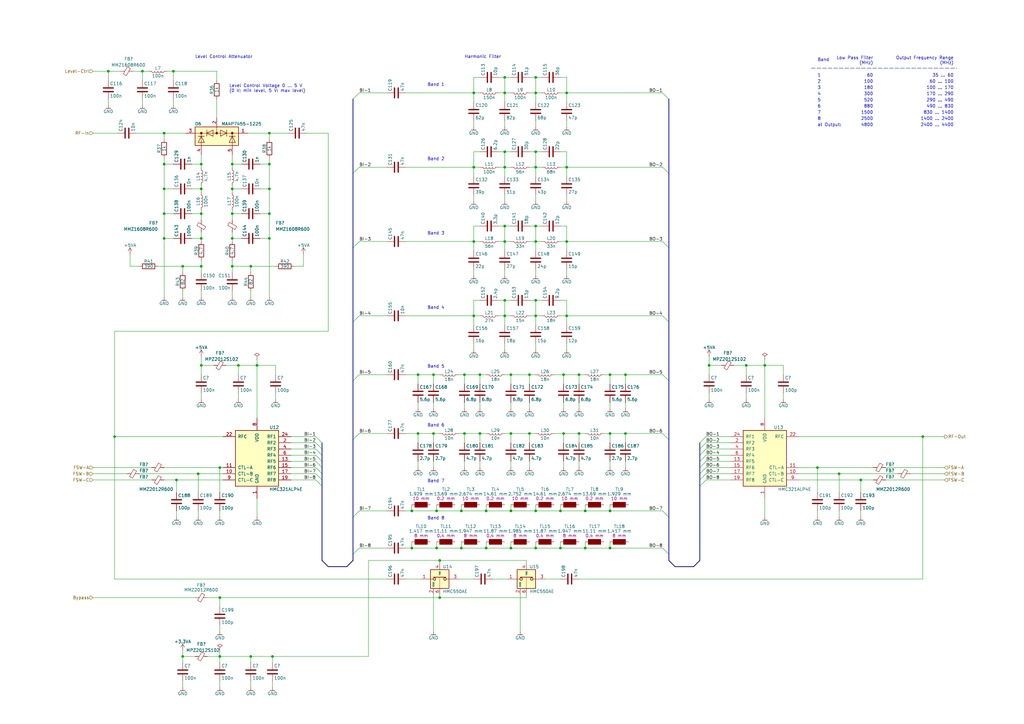
<source format=kicad_sch>
(kicad_sch (version 20250114) (generator "eeschema") (generator_version "9.0")
  (paper "A3")
  (title_block (title "Hauptplatine") (date "16.07.2020") (rev "0") (comment 1 "Hel") (comment 3 "Signalgenerator"))
  (text "Harmonic Filter" (at 190.5 24.13 0) (effects (font (size 1.27 1.27)) (justify left bottom)))
  (text "Level Control Attenuator" (at 80.01 24.13 0) (effects (font (size 1.27 1.27)) (justify left bottom)))
  (text "Band 1" (at 175.26 35.56 0) (effects (font (size 1.27 1.27)) (justify left bottom)))
  (text "520" (at 358.14 41.91 0) (effects (font (size 1.27 1.27)) (justify right bottom)))
  (text "Low Pass Filter\n(MHz)" (at 358.14 26.67 0) (effects (font (size 1.27 1.27)) (justify right bottom)))
  (text "2" (at 335.28 34.29 0) (effects (font (size 1.27 1.27)) (justify left bottom)))
  (text "300" (at 358.14 39.37 0) (effects (font (size 1.27 1.27)) (justify right bottom)))
  (text "Band 2" (at 175.26 66.04 0) (effects (font (size 1.27 1.27)) (justify left bottom)))
  (text "1400 ... 2400" (at 391.16 49.53 0) (effects (font (size 1.27 1.27)) (justify right bottom)))
  (text "180" (at 358.14 36.83 0) (effects (font (size 1.27 1.27)) (justify right bottom)))
  (text "6" (at 335.28 44.45 0) (effects (font (size 1.27 1.27)) (justify left bottom)))
  (text "3" (at 335.28 36.83 0) (effects (font (size 1.27 1.27)) (justify left bottom)))
  (text "830 ... 1400" (at 391.16 46.99 0) (effects (font (size 1.27 1.27)) (justify right bottom)))
  (text "5" (at 335.28 41.91 0) (effects (font (size 1.27 1.27)) (justify left bottom)))
  (text "4800" (at 358.14 52.07 0) (effects (font (size 1.27 1.27)) (justify right bottom)))
  (text "7" (at 335.28 46.99 0) (effects (font (size 1.27 1.27)) (justify left bottom)))
  (text "Band 5" (at 175.26 151.13 0) (effects (font (size 1.27 1.27)) (justify left bottom)))
  (text "Band" (at 335.28 25.4 0) (effects (font (size 1.27 1.27)) (justify left bottom)))
  (text "2400 ... 4400" (at 391.16 52.07 0) (effects (font (size 1.27 1.27)) (justify right bottom)))
  (text "Band 3" (at 175.26 96.52 0) (effects (font (size 1.27 1.27)) (justify left bottom)))
  (text "Band 8" (at 175.26 213.36 0) (effects (font (size 1.27 1.27)) (justify left bottom)))
  (text "Band 6" (at 175.26 175.26 0) (effects (font (size 1.27 1.27)) (justify left bottom)))
  (text "100 ... 170" (at 391.16 36.83 0) (effects (font (size 1.27 1.27)) (justify right bottom)))
  (text "490 ... 830" (at 391.16 44.45 0) (effects (font (size 1.27 1.27)) (justify right bottom)))
  (text "Band 7" (at 175.26 198.12 0) (effects (font (size 1.27 1.27)) (justify left bottom)))
  (text "4" (at 335.28 39.37 0) (effects (font (size 1.27 1.27)) (justify left bottom)))
  (text "Output Frequency Range\n(MHz)" (at 391.16 26.67 0) (effects (font (size 1.27 1.27)) (justify right bottom)))
  (text "Band 4" (at 175.26 127 0) (effects (font (size 1.27 1.27)) (justify left bottom)))
  (text "170 ... 290" (at 391.16 39.37 0) (effects (font (size 1.27 1.27)) (justify right bottom)))
  (text "Level Control Voltage 0 ... 5 V\n(0 V: min level, 5 V: max level)" (at 93.98 38.1 0) (effects (font (size 1.27 1.27)) (justify left bottom)))
  (text "at Output:" (at 335.28 52.07 0) (effects (font (size 1.27 1.27)) (justify left bottom)))
  (text "880" (at 358.14 44.45 0) (effects (font (size 1.27 1.27)) (justify right bottom)))
  (text "100" (at 358.14 34.29 0) (effects (font (size 1.27 1.27)) (justify right bottom)))
  (text "1" (at 335.28 31.75 0) (effects (font (size 1.27 1.27)) (justify left bottom)))
  (text "8" (at 335.28 49.53 0) (effects (font (size 1.27 1.27)) (justify left bottom)))
  (text "60" (at 358.14 31.75 0) (effects (font (size 1.27 1.27)) (justify right bottom)))
  (text "35 ... 60" (at 391.16 31.75 0) (effects (font (size 1.27 1.27)) (justify right bottom)))
  (text "1500" (at 358.14 46.99 0) (effects (font (size 1.27 1.27)) (justify right bottom)))
  (text "60 ... 100" (at 391.16 34.29 0) (effects (font (size 1.27 1.27)) (justify right bottom)))
  (text "290 ... 490" (at 391.16 41.91 0) (effects (font (size 1.27 1.27)) (justify right bottom)))
  (text "2500" (at 358.14 49.53 0) (effects (font (size 1.27 1.27)) (justify right bottom)))
  (junction (at 250.19 224.79))
  (junction (at 229.87 209.55))
  (junction (at 82.55 109.22))
  (junction (at 335.28 191.77))
  (junction (at 179.07 224.79))
  (junction (at 199.39 209.55))
  (junction (at 217.17 153.67))
  (junction (at 74.93 269.24))
  (junction (at 209.55 224.79))
  (junction (at 250.19 153.67))
  (junction (at 189.23 209.55))
  (junction (at 207.01 92.71))
  (junction (at 196.85 177.8))
  (junction (at 111.76 269.24))
  (junction (at 110.49 54.61))
  (junction (at 196.85 153.67))
  (junction (at 219.71 129.54))
  (junction (at 231.14 177.8))
  (junction (at 190.5 177.8))
  (junction (at 207.01 31.75))
  (junction (at 219.71 68.58))
  (junction (at 207.01 99.06))
  (junction (at 82.55 149.86))
  (junction (at 232.41 68.58))
  (junction (at 90.17 269.24))
  (junction (at 110.49 97.79))
  (junction (at 209.55 153.67))
  (junction (at 237.49 153.67))
  (junction (at 171.45 153.67))
  (junction (at 95.25 97.79))
  (junction (at 102.87 109.22))
  (junction (at 219.71 92.71))
  (junction (at 219.71 224.79))
  (junction (at 232.41 129.54))
  (junction (at 209.55 177.8))
  (junction (at 231.14 153.67))
  (junction (at 180.34 245.11))
  (junction (at 240.03 224.79))
  (junction (at 67.31 87.63))
  (junction (at 189.23 224.79))
  (junction (at 190.5 153.67))
  (junction (at 219.71 123.19))
  (junction (at 207.01 129.54))
  (junction (at 194.31 38.1))
  (junction (at 232.41 99.06))
  (junction (at 82.55 87.63))
  (junction (at 344.17 194.31))
  (junction (at 256.54 177.8))
  (junction (at 102.87 269.24))
  (junction (at 95.25 87.63))
  (junction (at 110.49 67.31))
  (junction (at 97.79 149.86))
  (junction (at 67.31 77.47))
  (junction (at 67.31 97.79))
  (junction (at 250.19 209.55))
  (junction (at 194.31 99.06))
  (junction (at 179.07 209.55))
  (junction (at 74.93 109.22))
  (junction (at 240.03 209.55))
  (junction (at 105.41 149.86))
  (junction (at 237.49 177.8))
  (junction (at 207.01 68.58))
  (junction (at 67.31 54.61))
  (junction (at 207.01 38.1))
  (junction (at 194.31 129.54))
  (junction (at 177.8 153.67))
  (junction (at 256.54 153.67))
  (junction (at 217.17 177.8))
  (junction (at 81.28 194.31))
  (junction (at 168.91 209.55))
  (junction (at 232.41 38.1))
  (junction (at 90.17 245.11))
  (junction (at 95.25 109.22))
  (junction (at 95.25 67.31))
  (junction (at 209.55 209.55))
  (junction (at 250.19 177.8))
  (junction (at 67.31 67.31))
  (junction (at 219.71 209.55))
  (junction (at 58.42 29.21))
  (junction (at 199.39 224.79))
  (junction (at 72.39 196.85))
  (junction (at 219.71 62.23))
  (junction (at 46.99 179.07))
  (junction (at 219.71 38.1))
  (junction (at 306.07 149.86))
  (junction (at 229.87 224.79))
  (junction (at 110.49 77.47))
  (junction (at 378.46 179.07))
  (junction (at 180.34 229.87))
  (junction (at 290.83 149.86))
  (junction (at 177.8 177.8))
  (junction (at 207.01 123.19))
  (junction (at 207.01 62.23))
  (junction (at 82.55 67.31))
  (junction (at 44.45 29.21))
  (junction (at 219.71 31.75))
  (junction (at 168.91 224.79))
  (junction (at 194.31 68.58))
  (junction (at 90.17 191.77))
  (junction (at 219.71 99.06))
  (junction (at 82.55 77.47))
  (junction (at 353.06 196.85))
  (junction (at 71.12 29.21))
  (junction (at 82.55 97.79))
  (junction (at 110.49 87.63))
  (junction (at 171.45 177.8))
  (junction (at 313.69 149.86))
  (junction (at 95.25 77.47))
  (bus_entry (at 132.08 199.39) (size -2.54 -2.54))
  (bus_entry (at 147.32 38.1) (size -2.54 2.54))
  (bus_entry (at 274.32 132.08) (size -2.54 -2.54))
  (bus_entry (at 147.32 129.54) (size -2.54 2.54))
  (bus_entry (at 147.32 68.58) (size -2.54 2.54))
  (bus_entry (at 289.56 181.61) (size -2.54 2.54))
  (bus_entry (at 132.08 196.85) (size -2.54 -2.54))
  (bus_entry (at 274.32 212.09) (size -2.54 -2.54))
  (bus_entry (at 147.32 153.67) (size -2.54 2.54))
  (bus_entry (at 289.56 189.23) (size -2.54 2.54))
  (bus_entry (at 132.08 189.23) (size -2.54 -2.54))
  (bus_entry (at 289.56 196.85) (size -2.54 2.54))
  (bus_entry (at 147.32 224.79) (size -2.54 2.54))
  (bus_entry (at 289.56 184.15) (size -2.54 2.54))
  (bus_entry (at 289.56 191.77) (size -2.54 2.54))
  (bus_entry (at 132.08 186.69) (size -2.54 -2.54))
  (bus_entry (at 132.08 181.61) (size -2.54 -2.54))
  (bus_entry (at 274.32 156.21) (size -2.54 -2.54))
  (bus_entry (at 132.08 194.31) (size -2.54 -2.54))
  (bus_entry (at 274.32 180.34) (size -2.54 -2.54))
  (bus_entry (at 147.32 177.8) (size -2.54 2.54))
  (bus_entry (at 289.56 186.69) (size -2.54 2.54))
  (bus_entry (at 132.08 184.15) (size -2.54 -2.54))
  (bus_entry (at 147.32 99.06) (size -2.54 2.54))
  (bus_entry (at 289.56 194.31) (size -2.54 2.54))
  (bus_entry (at 274.32 101.6) (size -2.54 -2.54))
  (bus_entry (at 274.32 227.33) (size -2.54 -2.54))
  (bus_entry (at 274.32 71.12) (size -2.54 -2.54))
  (bus_entry (at 147.32 209.55) (size -2.54 2.54))
  (bus_entry (at 274.32 40.64) (size -2.54 -2.54))
  (bus_entry (at 289.56 179.07) (size -2.54 2.54))
  (bus_entry (at 132.08 191.77) (size -2.54 -2.54))
  (wire (pts (xy 147.32 153.67) (xy 158.75 153.67)))
  (wire (pts (xy 194.31 62.23) (xy 194.31 68.58)))
  (wire (pts (xy 67.31 191.77) (xy 90.17 191.77)))
  (wire (pts (xy 232.41 123.19) (xy 232.41 129.54)))
  (bus (pts (xy 144.78 101.6) (xy 144.78 132.08)))
  (wire (pts (xy 99.06 77.47) (xy 95.25 77.47)))
  (wire (pts (xy 217.17 129.54) (xy 219.71 129.54)))
  (wire (pts (xy 54.61 29.21) (xy 58.42 29.21)))
  (wire (pts (xy 207.01 49.53) (xy 207.01 52.07)))
  (wire (pts (xy 219.71 68.58) (xy 222.25 68.58)))
  (wire (pts (xy 231.14 181.61) (xy 231.14 177.8)))
  (wire (pts (xy 289.56 181.61) (xy 299.72 181.61)))
  (wire (pts (xy 240.03 209.55) (xy 229.87 209.55)))
  (wire (pts (xy 344.17 201.93) (xy 344.17 194.31)))
  (wire (pts (xy 209.55 222.25) (xy 209.55 224.79)))
  (wire (pts (xy 46.99 237.49) (xy 46.99 179.07)))
  (wire (pts (xy 194.31 31.75) (xy 194.31 38.1)))
  (wire (pts (xy 231.14 189.23) (xy 231.14 191.77)))
  (wire (pts (xy 189.23 209.55) (xy 179.07 209.55)))
  (wire (pts (xy 207.01 133.35) (xy 207.01 129.54)))
  (wire (pts (xy 97.79 149.86) (xy 105.41 149.86)))
  (wire (pts (xy 237.49 177.8) (xy 240.03 177.8)))
  (wire (pts (xy 67.31 67.31) (xy 67.31 77.47)))
  (wire (pts (xy 209.55 224.79) (xy 199.39 224.79)))
  (wire (pts (xy 237.49 165.1) (xy 237.49 167.64)))
  (wire (pts (xy 313.69 149.86) (xy 321.31 149.86)))
  (wire (pts (xy 82.55 119.38) (xy 82.55 121.92)))
  (wire (pts (xy 247.65 177.8) (xy 250.19 177.8)))
  (wire (pts (xy 82.55 90.17) (xy 82.55 87.63)))
  (wire (pts (xy 147.32 224.79) (xy 158.75 224.79)))
  (wire (pts (xy 72.39 209.55) (xy 72.39 212.09)))
  (wire (pts (xy 217.17 165.1) (xy 217.17 167.64)))
  (wire (pts (xy 217.17 92.71) (xy 219.71 92.71)))
  (wire (pts (xy 90.17 256.54) (xy 90.17 259.08)))
  (wire (pts (xy 199.39 224.79) (xy 189.23 224.79)))
  (wire (pts (xy 204.47 38.1) (xy 207.01 38.1)))
  (wire (pts (xy 177.8 165.1) (xy 177.8 167.64)))
  (wire (pts (xy 168.91 207.01) (xy 168.91 209.55)))
  (bus (pts (xy 274.32 180.34) (xy 274.32 212.09)))
  (wire (pts (xy 194.31 140.97) (xy 194.31 143.51)))
  (wire (pts (xy 194.31 102.87) (xy 194.31 99.06)))
  (wire (pts (xy 190.5 177.8) (xy 196.85 177.8)))
  (wire (pts (xy 373.38 194.31) (xy 387.35 194.31)))
  (wire (pts (xy 204.47 99.06) (xy 207.01 99.06)))
  (wire (pts (xy 207.01 123.19) (xy 207.01 129.54)))
  (wire (pts (xy 321.31 163.83) (xy 321.31 161.29)))
  (wire (pts (xy 179.07 224.79) (xy 168.91 224.79)))
  (wire (pts (xy 219.71 49.53) (xy 219.71 52.07)))
  (wire (pts (xy 177.8 243.84) (xy 177.8 259.08)))
  (wire (pts (xy 110.49 57.15) (xy 110.49 54.61)))
  (wire (pts (xy 110.49 97.79) (xy 110.49 87.63)))
  (wire (pts (xy 353.06 209.55) (xy 353.06 212.09)))
  (wire (pts (xy 196.85 153.67) (xy 199.39 153.67)))
  (wire (pts (xy 119.38 196.85) (xy 129.54 196.85)))
  (wire (pts (xy 229.87 123.19) (xy 232.41 123.19)))
  (wire (pts (xy 58.42 40.64) (xy 58.42 43.18)))
  (wire (pts (xy 147.32 177.8) (xy 158.75 177.8)))
  (wire (pts (xy 180.34 153.67) (xy 177.8 153.67)))
  (wire (pts (xy 335.28 191.77) (xy 358.14 191.77)))
  (wire (pts (xy 217.17 68.58) (xy 219.71 68.58)))
  (wire (pts (xy 217.17 62.23) (xy 219.71 62.23)))
  (wire (pts (xy 119.38 189.23) (xy 129.54 189.23)))
  (wire (pts (xy 78.74 97.79) (xy 82.55 97.79)))
  (wire (pts (xy 237.49 157.48) (xy 237.49 153.67)))
  (wire (pts (xy 90.17 245.11) (xy 180.34 245.11)))
  (wire (pts (xy 74.93 111.76) (xy 74.93 109.22)))
  (wire (pts (xy 256.54 157.48) (xy 256.54 153.67)))
  (wire (pts (xy 82.55 106.68) (xy 82.55 109.22)))
  (bus (pts (xy 287.02 191.77) (xy 287.02 194.31)))
  (wire (pts (xy 82.55 67.31) (xy 82.55 68.58)))
  (wire (pts (xy 217.17 189.23) (xy 217.17 191.77)))
  (wire (pts (xy 82.55 63.5) (xy 82.55 67.31)))
  (wire (pts (xy 95.25 67.31) (xy 95.25 68.58)))
  (wire (pts (xy 229.87 237.49) (xy 223.52 237.49)))
  (wire (pts (xy 232.41 72.39) (xy 232.41 68.58)))
  (wire (pts (xy 290.83 163.83) (xy 290.83 161.29)))
  (wire (pts (xy 71.12 33.02) (xy 71.12 29.21)))
  (wire (pts (xy 290.83 149.86) (xy 290.83 146.05)))
  (wire (pts (xy 219.71 224.79) (xy 209.55 224.79)))
  (bus (pts (xy 274.32 212.09) (xy 274.32 227.33)))
  (wire (pts (xy 71.12 77.47) (xy 67.31 77.47)))
  (wire (pts (xy 134.62 135.89) (xy 46.99 135.89)))
  (wire (pts (xy 219.71 62.23) (xy 222.25 62.23)))
  (wire (pts (xy 67.31 97.79) (xy 67.31 121.92)))
  (bus (pts (xy 274.32 227.33) (xy 274.32 229.87)))
  (bus (pts (xy 276.86 232.41) (xy 284.48 232.41)))
  (wire (pts (xy 99.06 87.63) (xy 95.25 87.63)))
  (wire (pts (xy 219.71 102.87) (xy 219.71 99.06)))
  (bus (pts (xy 132.08 196.85) (xy 132.08 199.39)))
  (wire (pts (xy 90.17 271.78) (xy 90.17 269.24)))
  (wire (pts (xy 240.03 224.79) (xy 229.87 224.79)))
  (wire (pts (xy 207.01 140.97) (xy 207.01 143.51)))
  (bus (pts (xy 132.08 229.87) (xy 134.62 232.41)))
  (wire (pts (xy 335.28 201.93) (xy 335.28 191.77)))
  (wire (pts (xy 95.25 90.17) (xy 95.25 87.63)))
  (wire (pts (xy 196.85 177.8) (xy 199.39 177.8)))
  (wire (pts (xy 102.87 109.22) (xy 102.87 111.76)))
  (wire (pts (xy 344.17 194.31) (xy 327.66 194.31)))
  (wire (pts (xy 110.49 121.92) (xy 110.49 97.79)))
  (wire (pts (xy 207.01 177.8) (xy 209.55 177.8)))
  (wire (pts (xy 67.31 87.63) (xy 67.31 97.79)))
  (wire (pts (xy 250.19 224.79) (xy 271.78 224.79)))
  (bus (pts (xy 132.08 191.77) (xy 132.08 194.31)))
  (wire (pts (xy 196.85 165.1) (xy 196.85 167.64)))
  (wire (pts (xy 219.71 123.19) (xy 219.71 129.54)))
  (wire (pts (xy 250.19 209.55) (xy 271.78 209.55)))
  (wire (pts (xy 68.58 29.21) (xy 71.12 29.21)))
  (wire (pts (xy 344.17 209.55) (xy 344.17 212.09)))
  (wire (pts (xy 95.25 76.2) (xy 95.25 77.47)))
  (wire (pts (xy 71.12 97.79) (xy 67.31 97.79)))
  (wire (pts (xy 38.1 196.85) (xy 62.23 196.85)))
  (wire (pts (xy 219.71 99.06) (xy 222.25 99.06)))
  (bus (pts (xy 287.02 189.23) (xy 287.02 191.77)))
  (wire (pts (xy 171.45 165.1) (xy 171.45 167.64)))
  (wire (pts (xy 189.23 222.25) (xy 189.23 224.79)))
  (wire (pts (xy 219.71 80.01) (xy 219.71 82.55)))
  (wire (pts (xy 177.8 153.67) (xy 171.45 153.67)))
  (wire (pts (xy 179.07 207.01) (xy 179.07 209.55)))
  (wire (pts (xy 209.55 157.48) (xy 209.55 153.67)))
  (bus (pts (xy 144.78 71.12) (xy 144.78 101.6)))
  (wire (pts (xy 209.55 177.8) (xy 217.17 177.8)))
  (wire (pts (xy 240.03 207.01) (xy 240.03 209.55)))
  (wire (pts (xy 209.55 189.23) (xy 209.55 191.77)))
  (wire (pts (xy 95.25 87.63) (xy 95.25 86.36)))
  (wire (pts (xy 378.46 179.07) (xy 387.35 179.07)))
  (wire (pts (xy 289.56 194.31) (xy 299.72 194.31)))
  (wire (pts (xy 78.74 87.63) (xy 82.55 87.63)))
  (wire (pts (xy 219.71 133.35) (xy 219.71 129.54)))
  (wire (pts (xy 250.19 177.8) (xy 256.54 177.8)))
  (wire (pts (xy 95.25 97.79) (xy 95.25 99.06)))
  (wire (pts (xy 88.9 29.21) (xy 88.9 33.02)))
  (bus (pts (xy 144.78 40.64) (xy 144.78 71.12)))
  (wire (pts (xy 217.17 99.06) (xy 219.71 99.06)))
  (wire (pts (xy 306.07 149.86) (xy 313.69 149.86)))
  (wire (pts (xy 95.25 95.25) (xy 95.25 97.79)))
  (wire (pts (xy 217.17 38.1) (xy 219.71 38.1)))
  (wire (pts (xy 231.14 157.48) (xy 231.14 153.67)))
  (wire (pts (xy 194.31 49.53) (xy 194.31 52.07)))
  (wire (pts (xy 58.42 33.02) (xy 58.42 29.21)))
  (wire (pts (xy 74.93 109.22) (xy 82.55 109.22)))
  (wire (pts (xy 232.41 80.01) (xy 232.41 82.55)))
  (wire (pts (xy 219.71 207.01) (xy 219.71 209.55)))
  (wire (pts (xy 232.41 68.58) (xy 271.78 68.58)))
  (wire (pts (xy 147.32 99.06) (xy 158.75 99.06)))
  (wire (pts (xy 306.07 153.67) (xy 306.07 149.86)))
  (wire (pts (xy 219.71 31.75) (xy 222.25 31.75)))
  (wire (pts (xy 67.31 64.77) (xy 67.31 67.31)))
  (wire (pts (xy 207.01 80.01) (xy 207.01 82.55)))
  (wire (pts (xy 207.01 31.75) (xy 209.55 31.75)))
  (wire (pts (xy 111.76 281.94) (xy 111.76 279.4)))
  (wire (pts (xy 177.8 157.48) (xy 177.8 153.67)))
  (wire (pts (xy 95.25 109.22) (xy 102.87 109.22)))
  (wire (pts (xy 232.41 110.49) (xy 232.41 113.03)))
  (wire (pts (xy 196.85 157.48) (xy 196.85 153.67)))
  (wire (pts (xy 196.85 129.54) (xy 194.31 129.54)))
  (wire (pts (xy 90.17 248.92) (xy 90.17 245.11)))
  (wire (pts (xy 74.93 269.24) (xy 74.93 266.7)))
  (wire (pts (xy 219.71 41.91) (xy 219.71 38.1)))
  (wire (pts (xy 72.39 201.93) (xy 72.39 196.85)))
  (wire (pts (xy 106.68 97.79) (xy 110.49 97.79)))
  (wire (pts (xy 99.06 67.31) (xy 95.25 67.31)))
  (wire (pts (xy 166.37 177.8) (xy 171.45 177.8)))
  (wire (pts (xy 151.13 269.24) (xy 151.13 229.87)))
  (wire (pts (xy 119.38 181.61) (xy 129.54 181.61)))
  (wire (pts (xy 105.41 147.32) (xy 105.41 149.86)))
  (wire (pts (xy 168.91 222.25) (xy 168.91 224.79)))
  (wire (pts (xy 207.01 153.67) (xy 209.55 153.67)))
  (wire (pts (xy 82.55 78.74) (xy 82.55 77.47)))
  (wire (pts (xy 180.34 243.84) (xy 180.34 245.11)))
  (wire (pts (xy 207.01 62.23) (xy 207.01 68.58)))
  (bus (pts (xy 144.78 180.34) (xy 144.78 212.09)))
  (wire (pts (xy 105.41 149.86) (xy 113.03 149.86)))
  (wire (pts (xy 190.5 165.1) (xy 190.5 167.64)))
  (wire (pts (xy 207.01 92.71) (xy 209.55 92.71)))
  (wire (pts (xy 327.66 191.77) (xy 335.28 191.77)))
  (wire (pts (xy 219.71 110.49) (xy 219.71 113.03)))
  (wire (pts (xy 207.01 41.91) (xy 207.01 38.1)))
  (wire (pts (xy 74.93 119.38) (xy 74.93 121.92)))
  (wire (pts (xy 196.85 181.61) (xy 196.85 177.8)))
  (wire (pts (xy 247.65 153.67) (xy 250.19 153.67)))
  (bus (pts (xy 132.08 181.61) (xy 132.08 184.15)))
  (wire (pts (xy 219.71 62.23) (xy 219.71 68.58)))
  (wire (pts (xy 199.39 222.25) (xy 199.39 224.79)))
  (wire (pts (xy 147.32 209.55) (xy 158.75 209.55)))
  (wire (pts (xy 217.17 181.61) (xy 217.17 177.8)))
  (wire (pts (xy 196.85 92.71) (xy 194.31 92.71)))
  (bus (pts (xy 132.08 189.23) (xy 132.08 191.77)))
  (wire (pts (xy 209.55 165.1) (xy 209.55 167.64)))
  (wire (pts (xy 119.38 186.69) (xy 129.54 186.69)))
  (wire (pts (xy 363.22 191.77) (xy 387.35 191.77)))
  (wire (pts (xy 110.49 54.61) (xy 118.11 54.61)))
  (wire (pts (xy 358.14 196.85) (xy 353.06 196.85)))
  (wire (pts (xy 119.38 191.77) (xy 129.54 191.77)))
  (wire (pts (xy 215.9 245.11) (xy 215.9 243.84)))
  (wire (pts (xy 81.28 209.55) (xy 81.28 212.09)))
  (wire (pts (xy 172.72 237.49) (xy 166.37 237.49)))
  (wire (pts (xy 232.41 31.75) (xy 232.41 38.1)))
  (wire (pts (xy 217.17 153.67) (xy 219.71 153.67)))
  (wire (pts (xy 196.85 123.19) (xy 194.31 123.19)))
  (wire (pts (xy 38.1 194.31) (xy 52.07 194.31)))
  (wire (pts (xy 90.17 209.55) (xy 90.17 212.09)))
  (bus (pts (xy 287.02 199.39) (xy 287.02 229.87)))
  (wire (pts (xy 82.55 87.63) (xy 82.55 86.36)))
  (wire (pts (xy 119.38 184.15) (xy 129.54 184.15)))
  (wire (pts (xy 232.41 92.71) (xy 232.41 99.06)))
  (wire (pts (xy 207.01 92.71) (xy 207.01 99.06)))
  (wire (pts (xy 204.47 123.19) (xy 207.01 123.19)))
  (wire (pts (xy 110.49 87.63) (xy 110.49 77.47)))
  (wire (pts (xy 95.25 106.68) (xy 95.25 109.22)))
  (wire (pts (xy 250.19 157.48) (xy 250.19 153.67)))
  (wire (pts (xy 171.45 177.8) (xy 177.8 177.8)))
  (bus (pts (xy 287.02 186.69) (xy 287.02 189.23)))
  (wire (pts (xy 82.55 109.22) (xy 82.55 111.76)))
  (wire (pts (xy 67.31 57.15) (xy 67.31 54.61)))
  (bus (pts (xy 287.02 196.85) (xy 287.02 199.39)))
  (wire (pts (xy 71.12 40.64) (xy 71.12 43.18)))
  (wire (pts (xy 194.31 133.35) (xy 194.31 129.54)))
  (wire (pts (xy 209.55 153.67) (xy 217.17 153.67)))
  (wire (pts (xy 85.09 269.24) (xy 90.17 269.24)))
  (bus (pts (xy 287.02 184.15) (xy 287.02 186.69)))
  (bus (pts (xy 132.08 186.69) (xy 132.08 189.23)))
  (wire (pts (xy 97.79 153.67) (xy 97.79 149.86)))
  (wire (pts (xy 290.83 153.67) (xy 290.83 149.86)))
  (wire (pts (xy 194.31 92.71) (xy 194.31 99.06)))
  (wire (pts (xy 237.49 237.49) (xy 378.46 237.49)))
  (wire (pts (xy 78.74 67.31) (xy 82.55 67.31)))
  (wire (pts (xy 180.34 177.8) (xy 177.8 177.8)))
  (wire (pts (xy 229.87 62.23) (xy 232.41 62.23)))
  (wire (pts (xy 67.31 196.85) (xy 72.39 196.85)))
  (wire (pts (xy 217.17 31.75) (xy 219.71 31.75)))
  (wire (pts (xy 217.17 177.8) (xy 219.71 177.8)))
  (wire (pts (xy 189.23 207.01) (xy 189.23 209.55)))
  (wire (pts (xy 46.99 179.07) (xy 91.44 179.07)))
  (wire (pts (xy 232.41 102.87) (xy 232.41 99.06)))
  (wire (pts (xy 196.85 38.1) (xy 194.31 38.1)))
  (wire (pts (xy 64.77 109.22) (xy 74.93 109.22)))
  (wire (pts (xy 90.17 191.77) (xy 91.44 191.77)))
  (wire (pts (xy 82.55 76.2) (xy 82.55 77.47)))
  (wire (pts (xy 289.56 184.15) (xy 299.72 184.15)))
  (wire (pts (xy 231.14 165.1) (xy 231.14 167.64)))
  (wire (pts (xy 44.45 40.64) (xy 44.45 43.18)))
  (wire (pts (xy 256.54 181.61) (xy 256.54 177.8)))
  (wire (pts (xy 90.17 266.7) (xy 90.17 269.24)))
  (bus (pts (xy 287.02 194.31) (xy 287.02 196.85)))
  (wire (pts (xy 219.71 209.55) (xy 209.55 209.55)))
  (wire (pts (xy 38.1 29.21) (xy 44.45 29.21)))
  (wire (pts (xy 90.17 201.93) (xy 90.17 191.77)))
  (wire (pts (xy 194.31 123.19) (xy 194.31 129.54)))
  (wire (pts (xy 196.85 68.58) (xy 194.31 68.58)))
  (wire (pts (xy 166.37 153.67) (xy 171.45 153.67)))
  (wire (pts (xy 57.15 194.31) (xy 81.28 194.31)))
  (wire (pts (xy 213.36 243.84) (xy 213.36 259.08)))
  (wire (pts (xy 227.33 177.8) (xy 231.14 177.8)))
  (wire (pts (xy 81.28 201.93) (xy 81.28 194.31)))
  (wire (pts (xy 44.45 33.02) (xy 44.45 29.21)))
  (wire (pts (xy 306.07 163.83) (xy 306.07 161.29)))
  (wire (pts (xy 90.17 269.24) (xy 102.87 269.24)))
  (wire (pts (xy 231.14 153.67) (xy 237.49 153.67)))
  (wire (pts (xy 168.91 224.79) (xy 166.37 224.79)))
  (wire (pts (xy 90.17 281.94) (xy 90.17 279.4)))
  (wire (pts (xy 344.17 194.31) (xy 368.3 194.31)))
  (wire (pts (xy 97.79 163.83) (xy 97.79 161.29)))
  (wire (pts (xy 102.87 281.94) (xy 102.87 279.4)))
  (wire (pts (xy 95.25 78.74) (xy 95.25 77.47)))
  (wire (pts (xy 229.87 207.01) (xy 229.87 209.55)))
  (wire (pts (xy 46.99 237.49) (xy 158.75 237.49)))
  (bus (pts (xy 132.08 184.15) (xy 132.08 186.69)))
  (wire (pts (xy 151.13 229.87) (xy 180.34 229.87)))
  (wire (pts (xy 229.87 31.75) (xy 232.41 31.75)))
  (wire (pts (xy 232.41 140.97) (xy 232.41 143.51)))
  (bus (pts (xy 142.24 232.41) (xy 144.78 229.87)))
  (wire (pts (xy 289.56 191.77) (xy 299.72 191.77)))
  (wire (pts (xy 110.49 77.47) (xy 110.49 67.31)))
  (polyline (pts (xy 332.74 27.94) (xy 392.43 27.94)) (stroke (width 0) (type dash)))
  (wire (pts (xy 113.03 109.22) (xy 102.87 109.22)))
  (wire (pts (xy 217.17 123.19) (xy 219.71 123.19)))
  (bus (pts (xy 132.08 199.39) (xy 132.08 229.87)))
  (bus (pts (xy 134.62 232.41) (xy 142.24 232.41)))
  (wire (pts (xy 53.34 109.22) (xy 57.15 109.22)))
  (wire (pts (xy 335.28 209.55) (xy 335.28 212.09)))
  (wire (pts (xy 38.1 54.61) (xy 48.26 54.61)))
  (wire (pts (xy 313.69 147.32) (xy 313.69 149.86)))
  (wire (pts (xy 196.85 189.23) (xy 196.85 191.77)))
  (wire (pts (xy 237.49 153.67) (xy 240.03 153.67)))
  (wire (pts (xy 209.55 207.01) (xy 209.55 209.55)))
  (wire (pts (xy 219.71 123.19) (xy 222.25 123.19)))
  (wire (pts (xy 194.31 80.01) (xy 194.31 82.55)))
  (wire (pts (xy 194.31 110.49) (xy 194.31 113.03)))
  (wire (pts (xy 289.56 186.69) (xy 299.72 186.69)))
  (wire (pts (xy 289.56 179.07) (xy 299.72 179.07)))
  (wire (pts (xy 353.06 196.85) (xy 327.66 196.85)))
  (wire (pts (xy 82.55 95.25) (xy 82.55 97.79)))
  (wire (pts (xy 217.17 157.48) (xy 217.17 153.67)))
  (wire (pts (xy 72.39 196.85) (xy 91.44 196.85)))
  (wire (pts (xy 194.31 41.91) (xy 194.31 38.1)))
  (wire (pts (xy 250.19 153.67) (xy 256.54 153.67)))
  (wire (pts (xy 190.5 181.61) (xy 190.5 177.8)))
  (wire (pts (xy 215.9 229.87) (xy 215.9 231.14)))
  (wire (pts (xy 219.71 92.71) (xy 219.71 99.06)))
  (wire (pts (xy 321.31 153.67) (xy 321.31 149.86)))
  (wire (pts (xy 209.55 181.61) (xy 209.55 177.8)))
  (wire (pts (xy 219.71 38.1) (xy 222.25 38.1)))
  (wire (pts (xy 207.01 129.54) (xy 209.55 129.54)))
  (wire (pts (xy 111.76 271.78) (xy 111.76 269.24)))
  (wire (pts (xy 208.28 237.49) (xy 201.93 237.49)))
  (wire (pts (xy 189.23 224.79) (xy 179.07 224.79)))
  (wire (pts (xy 187.96 153.67) (xy 190.5 153.67)))
  (wire (pts (xy 289.56 196.85) (xy 299.72 196.85)))
  (wire (pts (xy 207.01 72.39) (xy 207.01 68.58)))
  (wire (pts (xy 110.49 67.31) (xy 110.49 64.77)))
  (wire (pts (xy 194.31 72.39) (xy 194.31 68.58)))
  (wire (pts (xy 177.8 181.61) (xy 177.8 177.8)))
  (wire (pts (xy 256.54 177.8) (xy 271.78 177.8)))
  (wire (pts (xy 119.38 194.31) (xy 129.54 194.31)))
  (wire (pts (xy 204.47 129.54) (xy 207.01 129.54)))
  (wire (pts (xy 82.55 149.86) (xy 82.55 146.05)))
  (wire (pts (xy 250.19 181.61) (xy 250.19 177.8)))
  (wire (pts (xy 250.19 222.25) (xy 250.19 224.79)))
  (wire (pts (xy 232.41 133.35) (xy 232.41 129.54)))
  (wire (pts (xy 78.74 77.47) (xy 82.55 77.47)))
  (wire (pts (xy 240.03 222.25) (xy 240.03 224.79)))
  (wire (pts (xy 229.87 222.25) (xy 229.87 224.79)))
  (wire (pts (xy 232.41 41.91) (xy 232.41 38.1)))
  (wire (pts (xy 147.32 129.54) (xy 158.75 129.54)))
  (wire (pts (xy 237.49 189.23) (xy 237.49 191.77)))
  (wire (pts (xy 232.41 99.06) (xy 271.78 99.06)))
  (bus (pts (xy 144.78 156.21) (xy 144.78 180.34)))
  (wire (pts (xy 232.41 49.53) (xy 232.41 52.07)))
  (wire (pts (xy 207.01 99.06) (xy 209.55 99.06)))
  (wire (pts (xy 207.01 123.19) (xy 209.55 123.19)))
  (bus (pts (xy 274.32 229.87) (xy 276.86 232.41)))
  (wire (pts (xy 171.45 189.23) (xy 171.45 191.77)))
  (wire (pts (xy 196.85 99.06) (xy 194.31 99.06)))
  (wire (pts (xy 232.41 62.23) (xy 232.41 68.58)))
  (wire (pts (xy 166.37 129.54) (xy 194.31 129.54)))
  (wire (pts (xy 180.34 229.87) (xy 215.9 229.87)))
  (wire (pts (xy 229.87 224.79) (xy 219.71 224.79)))
  (wire (pts (xy 207.01 62.23) (xy 209.55 62.23)))
  (wire (pts (xy 38.1 245.11) (xy 80.01 245.11)))
  (wire (pts (xy 106.68 87.63) (xy 110.49 87.63)))
  (wire (pts (xy 106.68 77.47) (xy 110.49 77.47)))
  (wire (pts (xy 119.38 179.07) (xy 129.54 179.07)))
  (wire (pts (xy 106.68 67.31) (xy 110.49 67.31)))
  (wire (pts (xy 58.42 29.21) (xy 60.96 29.21)))
  (wire (pts (xy 250.19 209.55) (xy 240.03 209.55)))
  (wire (pts (xy 219.71 72.39) (xy 219.71 68.58)))
  (wire (pts (xy 219.71 222.25) (xy 219.71 224.79)))
  (bus (pts (xy 144.78 212.09) (xy 144.78 227.33)))
  (wire (pts (xy 95.25 119.38) (xy 95.25 121.92)))
  (wire (pts (xy 229.87 99.06) (xy 232.41 99.06)))
  (wire (pts (xy 171.45 181.61) (xy 171.45 177.8)))
  (wire (pts (xy 204.47 68.58) (xy 207.01 68.58)))
  (wire (pts (xy 49.53 29.21) (xy 44.45 29.21)))
  (wire (pts (xy 82.55 97.79) (xy 82.55 99.06)))
  (wire (pts (xy 177.8 189.23) (xy 177.8 191.77)))
  (wire (pts (xy 204.47 62.23) (xy 207.01 62.23)))
  (wire (pts (xy 71.12 87.63) (xy 67.31 87.63)))
  (wire (pts (xy 204.47 92.71) (xy 207.01 92.71)))
  (wire (pts (xy 313.69 204.47) (xy 313.69 212.09)))
  (wire (pts (xy 81.28 194.31) (xy 91.44 194.31)))
  (wire (pts (xy 113.03 153.67) (xy 113.03 149.86)))
  (wire (pts (xy 232.41 38.1) (xy 271.78 38.1)))
  (wire (pts (xy 87.63 149.86) (xy 82.55 149.86)))
  (wire (pts (xy 134.62 54.61) (xy 134.62 135.89)))
  (bus (pts (xy 274.32 132.08) (xy 274.32 156.21)))
  (wire (pts (xy 219.71 31.75) (xy 219.71 38.1)))
  (wire (pts (xy 250.19 224.79) (xy 240.03 224.79)))
  (wire (pts (xy 88.9 40.64) (xy 88.9 48.26)))
  (wire (pts (xy 82.55 153.67) (xy 82.55 149.86)))
  (wire (pts (xy 256.54 189.23) (xy 256.54 191.77)))
  (wire (pts (xy 171.45 157.48) (xy 171.45 153.67)))
  (wire (pts (xy 194.31 237.49) (xy 187.96 237.49)))
  (wire (pts (xy 99.06 97.79) (xy 95.25 97.79)))
  (wire (pts (xy 229.87 129.54) (xy 232.41 129.54)))
  (wire (pts (xy 219.71 129.54) (xy 222.25 129.54)))
  (wire (pts (xy 166.37 68.58) (xy 194.31 68.58)))
  (bus (pts (xy 144.78 132.08) (xy 144.78 156.21)))
  (wire (pts (xy 187.96 177.8) (xy 190.5 177.8)))
  (wire (pts (xy 95.25 109.22) (xy 95.25 111.76)))
  (wire (pts (xy 102.87 271.78) (xy 102.87 269.24)))
  (wire (pts (xy 102.87 269.24) (xy 111.76 269.24)))
  (wire (pts (xy 80.01 269.24) (xy 74.93 269.24)))
  (wire (pts (xy 120.65 109.22) (xy 124.46 109.22)))
  (wire (pts (xy 67.31 77.47) (xy 67.31 87.63)))
  (wire (pts (xy 237.49 181.61) (xy 237.49 177.8)))
  (wire (pts (xy 229.87 68.58) (xy 232.41 68.58)))
  (wire (pts (xy 179.07 209.55) (xy 168.91 209.55)))
  (wire (pts (xy 231.14 177.8) (xy 237.49 177.8)))
  (wire (pts (xy 232.41 129.54) (xy 271.78 129.54)))
  (wire (pts (xy 147.32 38.1) (xy 158.75 38.1)))
  (wire (pts (xy 229.87 38.1) (xy 232.41 38.1)))
  (wire (pts (xy 124.46 109.22) (xy 124.46 104.14)))
  (wire (pts (xy 327.66 179.07) (xy 378.46 179.07)))
  (wire (pts (xy 207.01 31.75) (xy 207.01 38.1)))
  (wire (pts (xy 95.25 63.5) (xy 95.25 67.31)))
  (wire (pts (xy 300.99 149.86) (xy 306.07 149.86)))
  (wire (pts (xy 179.07 222.25) (xy 179.07 224.79)))
  (bus (pts (xy 132.08 194.31) (xy 132.08 196.85)))
  (wire (pts (xy 229.87 92.71) (xy 232.41 92.71)))
  (wire (pts (xy 313.69 149.86) (xy 313.69 171.45)))
  (bus (pts (xy 274.32 156.21) (xy 274.32 180.34)))
  (wire (pts (xy 105.41 149.86) (xy 105.41 171.45)))
  (wire (pts (xy 227.33 153.67) (xy 231.14 153.67)))
  (bus (pts (xy 287.02 181.61) (xy 287.02 184.15)))
  (wire (pts (xy 82.55 163.83) (xy 82.55 161.29)))
  (wire (pts (xy 207.01 102.87) (xy 207.01 99.06)))
  (wire (pts (xy 209.55 209.55) (xy 199.39 209.55)))
  (wire (pts (xy 38.1 191.77) (xy 62.23 191.77)))
  (bus (pts (xy 144.78 227.33) (xy 144.78 229.87)))
  (wire (pts (xy 196.85 31.75) (xy 194.31 31.75)))
  (bus (pts (xy 274.32 101.6) (xy 274.32 132.08)))
  (wire (pts (xy 166.37 38.1) (xy 194.31 38.1)))
  (wire (pts (xy 101.6 54.61) (xy 110.49 54.61)))
  (wire (pts (xy 46.99 135.89) (xy 46.99 179.07)))
  (wire (pts (xy 250.19 207.01) (xy 250.19 209.55)))
  (bus (pts (xy 274.32 40.64) (xy 274.32 71.12)))
  (wire (pts (xy 199.39 207.01) (xy 199.39 209.55)))
  (wire (pts (xy 250.19 165.1) (xy 250.19 167.64)))
  (wire (pts (xy 105.41 204.47) (xy 105.41 212.09)))
  (wire (pts (xy 147.32 68.58) (xy 158.75 68.58)))
  (wire (pts (xy 199.39 209.55) (xy 189.23 209.55)))
  (wire (pts (xy 207.01 110.49) (xy 207.01 113.03)))
  (bus (pts (xy 274.32 71.12) (xy 274.32 101.6)))
  (wire (pts (xy 166.37 99.06) (xy 194.31 99.06)))
  (wire (pts (xy 102.87 119.38) (xy 102.87 121.92)))
  (wire (pts (xy 250.19 189.23) (xy 250.19 191.77)))
  (wire (pts (xy 219.71 92.71) (xy 222.25 92.71)))
  (wire (pts (xy 71.12 67.31) (xy 67.31 67.31)))
  (wire (pts (xy 180.34 229.87) (xy 180.34 231.14)))
  (wire (pts (xy 207.01 38.1) (xy 209.55 38.1)))
  (wire (pts (xy 229.87 209.55) (xy 219.71 209.55)))
  (wire (pts (xy 256.54 165.1) (xy 256.54 167.64)))
  (wire (pts (xy 125.73 54.61) (xy 134.62 54.61)))
  (wire (pts (xy 196.85 62.23) (xy 194.31 62.23)))
  (wire (pts (xy 289.56 189.23) (xy 299.72 189.23)))
  (wire (pts (xy 190.5 157.48) (xy 190.5 153.67)))
  (wire (pts (xy 111.76 269.24) (xy 151.13 269.24)))
  (wire (pts (xy 53.34 109.22) (xy 53.34 104.14)))
  (wire (pts (xy 55.88 54.61) (xy 67.31 54.61)))
  (bus (pts (xy 284.48 232.41) (xy 287.02 229.87)))
  (wire (pts (xy 353.06 201.93) (xy 353.06 196.85)))
  (wire (pts (xy 219.71 140.97) (xy 219.71 143.51)))
  (wire (pts (xy 92.71 149.86) (xy 97.79 149.86)))
  (wire (pts (xy 363.22 196.85) (xy 387.35 196.85)))
  (wire (pts (xy 113.03 163.83) (xy 113.03 161.29)))
  (wire (pts (xy 180.34 245.11) (xy 215.9 245.11)))
  (wire (pts (xy 168.91 209.55) (xy 166.37 209.55)))
  (wire (pts (xy 295.91 149.86) (xy 290.83 149.86)))
  (wire (pts (xy 378.46 237.49) (xy 378.46 179.07)))
  (wire (pts (xy 190.5 189.23) (xy 190.5 191.77)))
  (wire (pts (xy 190.5 153.67) (xy 196.85 153.67)))
  (wire (pts (xy 74.93 271.78) (xy 74.93 269.24)))
  (wire (pts (xy 71.12 29.21) (xy 88.9 29.21)))
  (wire (pts (xy 85.09 245.11) (xy 90.17 245.11)))
  (wire (pts (xy 256.54 153.67) (xy 271.78 153.67)))
  (wire (pts (xy 67.31 54.61) (xy 76.2 54.61)))
  (wire (pts (xy 204.47 31.75) (xy 207.01 31.75)))
  (wire (pts (xy 74.93 281.94) (xy 74.93 279.4)))
  (wire (pts (xy 207.01 68.58) (xy 209.55 68.58)))
  (label "BO-2" (at 289.56 181.61 0))
  (label "BO-7" (at 289.56 194.31 0))
  (label "BI-4" (at 129.54 186.69 180))
  (label "BI-2" (at 129.54 181.61 180))
  (label "BO-3" (at 271.78 99.06 180))
  (label "BI-7" (at 147.32 209.55 0))
  (label "BO-8" (at 271.78 224.79 180))
  (label "BI-1" (at 147.32 38.1 0))
  (label "BI-5" (at 147.32 153.67 0))
  (label "BI-5" (at 129.54 189.23 180))
  (label "BO-3" (at 289.56 184.15 0))
  (label "BI-1" (at 129.54 179.07 180))
  (label "BO-4" (at 289.56 186.69 0))
  (label "BO-4" (at 271.78 129.54 180))
  (label "BO-5" (at 271.78 153.67 180))
  (label "BO-7" (at 271.78 209.55 180))
  (label "BO-6" (at 271.78 177.8 180))
  (label "BO-6" (at 289.56 191.77 0))
  (label "BI-4" (at 147.32 129.54 0))
  (label "BO-8" (at 289.56 196.85 0))
  (label "BI-8" (at 129.54 196.85 180))
  (label "BI-2" (at 147.32 68.58 0))
  (label "BI-6" (at 129.54 191.77 180))
  (label "BI-6" (at 147.32 177.8 0))
  (label "BO-5" (at 289.56 189.23 0))
  (label "BI-3" (at 129.54 184.15 180))
  (label "BI-7" (at 129.54 194.31 180))
  (label "BI-8" (at 147.32 224.79 0))
  (label "BO-2" (at 271.78 68.58 180))
  (label "BI-3" (at 147.32 99.06 0))
  (label "BO-1" (at 289.56 179.07 0))
  (label "BO-1" (at 271.78 38.1 180))
  (hierarchical_label "Bypass" (shape input) (at 38.1 245.11 180))
  (hierarchical_label "Level-Ctrl" (shape input) (at 38.1 29.21 180))
  (hierarchical_label "FSW-A" (shape input) (at 38.1 191.77 180))
  (hierarchical_label "FSW-C" (shape input) (at 38.1 196.85 180))
  (hierarchical_label "FSW-B" (shape input) (at 38.1 194.31 180))
  (hierarchical_label "RF-Out" (shape output) (at 387.35 179.07 0))
  (hierarchical_label "FSW-A" (shape input) (at 387.35 191.77 0))
  (hierarchical_label "RF-In" (shape input) (at 38.1 54.61 180))
  (hierarchical_label "FSW-B" (shape input) (at 387.35 194.31 0))
  (hierarchical_label "FSW-C" (shape input) (at 387.35 196.85 0))
  (symbol (lib_id "Device:C") (at 194.31 106.68 0) (unit 1)
    (property "Reference" "C146" (at 194.945 104.14 0) (effects (justify left)))
    (property "Value" "22p" (at 194.945 109.22 0) (effects (justify left)))
    (property "Footprint" "Capacitor_SMD:C_0603_1608Metric" (effects (hide yes)))
  )
  (symbol (lib_id "Device:L") (at 200.66 99.06 270) (unit 1)
    (property "Reference" "L18" (at 200.66 97.79 90))
    (property "Value" "56n" (at 200.66 100.965 90))
    (property "Footprint" "Inductor_SMD:L_0603_1608Metric" (effects (hide yes)))
  )
  (symbol (lib_id "Device:L") (at 213.36 99.06 270) (unit 1)
    (property "Reference" "L19" (at 213.36 97.79 90))
    (property "Value" "33n" (at 213.36 100.965 90))
    (property "Footprint" "Inductor_SMD:L_0603_1608Metric" (effects (hide yes)))
  )
  (symbol (lib_id "Device:L") (at 226.06 99.06 270) (unit 1)
    (property "Reference" "L20" (at 226.06 97.79 90))
    (property "Value" "33n" (at 226.06 100.965 90))
    (property "Footprint" "Inductor_SMD:L_0603_1608Metric" (effects (hide yes)))
  )
  (symbol (lib_id "Device:C") (at 207.01 106.68 0) (unit 1)
    (property "Reference" "C147" (at 207.645 104.14 0) (effects (justify left)))
    (property "Value" "27p" (at 207.645 109.22 0) (effects (justify left)))
    (property "Footprint" "Capacitor_SMD:C_0603_1608Metric" (effects (hide yes)))
  )
  (symbol (lib_id "Device:C") (at 219.71 106.68 0) (unit 1)
    (property "Reference" "C148" (at 220.345 104.14 0) (effects (justify left)))
    (property "Value" "24p" (at 220.345 109.22 0) (effects (justify left)))
    (property "Footprint" "Capacitor_SMD:C_0603_1608Metric" (effects (hide yes)))
  )
  (symbol (lib_id "Device:C") (at 232.41 106.68 0) (unit 1)
    (property "Reference" "C149" (at 233.045 104.14 0) (effects (justify left)))
    (property "Value" "15p" (at 233.045 109.22 0) (effects (justify left)))
    (property "Footprint" "Capacitor_SMD:C_0603_1608Metric" (effects (hide yes)))
  )
  (symbol (lib_id "mario_aux:GND") (at 194.31 113.03 0) (unit 1)
    (property "Reference" "#GND0146" (effects (hide yes)))
    (property "Value" "GND" (at 194.31 115.57 0))
    (instances (project "" (path "" (reference "#GND?") (unit 1)) (path "" (reference "#GND0146") (unit 1)) (path "" (reference "#GND?") (unit 1))))
  )
  (symbol (lib_id "mario_aux:GND") (at 207.01 113.03 0) (unit 1)
    (property "Reference" "#GND0147" (effects (hide yes)))
    (property "Value" "GND" (at 207.01 115.57 0))
    (instances (project "" (path "" (reference "#GND?") (unit 1)) (path "" (reference "#GND0147") (unit 1)) (path "" (reference "#GND?") (unit 1))))
  )
  (symbol (lib_id "mario_aux:GND") (at 219.71 113.03 0) (unit 1)
    (property "Reference" "#GND0148" (effects (hide yes)))
    (property "Value" "GND" (at 219.71 115.57 0))
    (instances (project "" (path "" (reference "#GND?") (unit 1)) (path "" (reference "#GND0148") (unit 1)) (path "" (reference "#GND?") (unit 1))))
  )
  (symbol (lib_id "mario_aux:GND") (at 232.41 113.03 0) (unit 1)
    (property "Reference" "#GND0149" (effects (hide yes)))
    (property "Value" "GND" (at 232.41 115.57 0))
    (instances (project "" (path "" (reference "#GND?") (unit 1)) (path "" (reference "#GND0149") (unit 1)) (path "" (reference "#GND?") (unit 1))))
  )
  (symbol (lib_id "Device:C") (at 200.66 92.71 90) (unit 1)
    (property "Reference" "C140" (at 198.12 92.075 0) (effects (justify left)))
    (property "Value" "3.3p" (at 203.2 92.075 0) (effects (justify left)))
    (property "Footprint" "Capacitor_SMD:C_0603_1608Metric" (effects (hide yes)))
  )
  (symbol (lib_id "Device:C") (at 213.36 92.71 90) (unit 1)
    (property "Reference" "C141" (at 210.82 92.075 0) (effects (justify left)))
    (property "Value" "18p" (at 215.9 92.075 0) (effects (justify left)))
    (property "Footprint" "Capacitor_SMD:C_0603_1608Metric" (effects (hide yes)))
  )
  (symbol (lib_id "Device:C") (at 226.06 92.71 90) (unit 1)
    (property "Reference" "C142" (at 223.52 92.075 0) (effects (justify left)))
    (property "Value" "12p" (at 228.6 92.075 0) (effects (justify left)))
    (property "Footprint" "Capacitor_SMD:C_0603_1608Metric" (effects (hide yes)))
  )
  (symbol (lib_id "Device:C") (at 194.31 137.16 0) (unit 1)
    (property "Reference" "C156" (at 194.945 134.62 0) (effects (justify left)))
    (property "Value" "16p" (at 194.945 139.7 0) (effects (justify left)))
    (property "Footprint" "Capacitor_SMD:C_0603_1608Metric" (effects (hide yes)))
  )
  (symbol (lib_id "Device:L") (at 200.66 129.54 270) (unit 1)
    (property "Reference" "L21" (at 200.66 128.27 90))
    (property "Value" "27n" (at 200.66 131.445 90))
    (property "Footprint" "Inductor_SMD:L_0603_1608Metric" (effects (hide yes)))
  )
  (symbol (lib_id "Device:L") (at 213.36 129.54 270) (unit 1)
    (property "Reference" "L22" (at 213.36 128.27 90))
    (property "Value" "15n" (at 213.36 131.445 90))
    (property "Footprint" "Inductor_SMD:L_0603_1608Metric" (effects (hide yes)))
  )
  (symbol (lib_id "Device:L") (at 226.06 129.54 270) (unit 1)
    (property "Reference" "L23" (at 226.06 128.27 90))
    (property "Value" "18n" (at 226.06 131.445 90))
    (property "Footprint" "Inductor_SMD:L_0603_1608Metric" (effects (hide yes)))
  )
  (symbol (lib_id "Device:C") (at 207.01 137.16 0) (unit 1)
    (property "Reference" "C157" (at 207.645 134.62 0) (effects (justify left)))
    (property "Value" "18p" (at 207.645 139.7 0) (effects (justify left)))
    (property "Footprint" "Capacitor_SMD:C_0603_1608Metric" (effects (hide yes)))
  )
  (symbol (lib_id "Device:C") (at 219.71 137.16 0) (unit 1)
    (property "Reference" "C158" (at 220.345 134.62 0) (effects (justify left)))
    (property "Value" "15p" (at 220.345 139.7 0) (effects (justify left)))
    (property "Footprint" "Capacitor_SMD:C_0603_1608Metric" (effects (hide yes)))
  )
  (symbol (lib_id "Device:C") (at 232.41 137.16 0) (unit 1)
    (property "Reference" "C159" (at 233.045 134.62 0) (effects (justify left)))
    (property "Value" "12p" (at 233.045 139.7 0) (effects (justify left)))
    (property "Footprint" "Capacitor_SMD:C_0603_1608Metric" (effects (hide yes)))
  )
  (symbol (lib_id "mario_aux:GND") (at 194.31 143.51 0) (unit 1)
    (property "Reference" "#GND0156" (effects (hide yes)))
    (property "Value" "GND" (at 194.31 146.05 0))
    (instances (project "" (path "" (reference "#GND?") (unit 1)) (path "" (reference "#GND0156") (unit 1)) (path "" (reference "#GND?") (unit 1))))
  )
  (symbol (lib_id "mario_aux:GND") (at 207.01 143.51 0) (unit 1)
    (property "Reference" "#GND0157" (effects (hide yes)))
    (property "Value" "GND" (at 207.01 146.05 0))
    (instances (project "" (path "" (reference "#GND?") (unit 1)) (path "" (reference "#GND0157") (unit 1)) (path "" (reference "#GND?") (unit 1))))
  )
  (symbol (lib_id "mario_aux:GND") (at 219.71 143.51 0) (unit 1)
    (property "Reference" "#GND0158" (effects (hide yes)))
    (property "Value" "GND" (at 219.71 146.05 0))
    (instances (project "" (path "" (reference "#GND?") (unit 1)) (path "" (reference "#GND0158") (unit 1)) (path "" (reference "#GND?") (unit 1))))
  )
  (symbol (lib_id "mario_aux:GND") (at 232.41 143.51 0) (unit 1)
    (property "Reference" "#GND0159" (effects (hide yes)))
    (property "Value" "GND" (at 232.41 146.05 0))
    (instances (project "" (path "" (reference "#GND?") (unit 1)) (path "" (reference "#GND0159") (unit 1)) (path "" (reference "#GND?") (unit 1))))
  )
  (symbol (lib_id "Device:C") (at 200.66 123.19 90) (unit 1)
    (property "Reference" "C152" (at 198.12 122.555 0) (effects (justify left)))
    (property "Value" "2.4p" (at 203.2 122.555 0) (effects (justify left)))
    (property "Footprint" "Capacitor_SMD:C_0603_1608Metric" (effects (hide yes)))
  )
  (symbol (lib_id "Device:C") (at 213.36 123.19 90) (unit 1)
    (property "Reference" "C153" (at 210.82 122.555 0) (effects (justify left)))
    (property "Value" "13p" (at 215.9 122.555 0) (effects (justify left)))
    (property "Footprint" "Capacitor_SMD:C_0603_1608Metric" (effects (hide yes)))
  )
  (symbol (lib_id "Device:C") (at 226.06 123.19 90) (unit 1)
    (property "Reference" "C154" (at 223.52 122.555 0) (effects (justify left)))
    (property "Value" "9.2p" (at 228.6 122.555 0) (effects (justify left)))
    (property "Footprint" "Capacitor_SMD:C_0603_1608Metric" (effects (hide yes)))
  )
  (symbol (lib_id "Device:C") (at 171.45 161.29 0) (unit 1)
    (property "Reference" "C167" (at 172.085 158.75 0) (effects (justify left)))
    (property "Value" "5.6p" (at 172.085 163.83 0) (effects (justify left)))
    (property "Footprint" "Capacitor_SMD:C_0603_1608Metric" (effects (hide yes)))
  )
  (symbol (lib_id "Device:L") (at 184.15 153.67 270) (unit 1)
    (property "Reference" "L24" (at 184.15 152.4 90))
    (property "Value" "18n" (at 184.15 155.575 90))
    (property "Footprint" "Inductor_SMD:L_0603_1608Metric" (effects (hide yes)))
  )
  (symbol (lib_id "Device:L") (at 203.2 153.67 270) (unit 1)
    (property "Reference" "L25" (at 203.2 152.4 90))
    (property "Value" "18n" (at 203.2 155.575 90))
    (property "Footprint" "Inductor_SMD:L_0603_1608Metric" (effects (hide yes)))
  )
  (symbol (lib_id "Device:L") (at 223.52 153.67 270) (unit 1)
    (property "Reference" "L26" (at 223.52 152.4 90))
    (property "Value" "18n" (at 223.52 155.575 90))
    (property "Footprint" "Inductor_SMD:L_0603_1608Metric" (effects (hide yes)))
  )
  (symbol (lib_id "Device:C") (at 190.5 161.29 0) (unit 1)
    (property "Reference" "C169" (at 191.135 158.75 0) (effects (justify left)))
    (property "Value" "6.8p" (at 191.135 163.83 0) (effects (justify left)))
    (property "Footprint" "Capacitor_SMD:C_0603_1608Metric" (effects (hide yes)))
  )
  (symbol (lib_id "Device:C") (at 209.55 161.29 0) (unit 1)
    (property "Reference" "C171" (at 210.185 158.75 0) (effects (justify left)))
    (property "Value" "6.8p" (at 210.185 163.83 0) (effects (justify left)))
    (property "Footprint" "Capacitor_SMD:C_0603_1608Metric" (effects (hide yes)))
  )
  (symbol (lib_id "Device:C") (at 237.49 161.29 0) (unit 1)
    (property "Reference" "C174" (at 238.125 158.75 0) (effects (justify left)))
    (property "Value" "6.8p" (at 238.125 163.83 0) (effects (justify left)))
    (property "Footprint" "Capacitor_SMD:C_0603_1608Metric" (effects (hide yes)))
  )
  (symbol (lib_id "mario_aux:GND") (at 171.45 167.64 0) (unit 1)
    (property "Reference" "#GND0166" (effects (hide yes)))
    (property "Value" "GND" (at 171.45 170.18 0))
    (instances (project "" (path "" (reference "#GND?") (unit 1)) (path "" (reference "#GND0166") (unit 1)) (path "" (reference "#GND?") (unit 1))))
  )
  (symbol (lib_id "mario_aux:GND") (at 190.5 167.64 0) (unit 1)
    (property "Reference" "#GND0168" (effects (hide yes)))
    (property "Value" "GND" (at 190.5 170.18 0))
    (instances (project "" (path "" (reference "#GND?") (unit 1)) (path "" (reference "#GND0168") (unit 1)) (path "" (reference "#GND?") (unit 1))))
  )
  (symbol (lib_id "mario_aux:GND") (at 209.55 167.64 0) (unit 1)
    (property "Reference" "#GND0170" (effects (hide yes)))
    (property "Value" "GND" (at 209.55 170.18 0))
    (instances (project "" (path "" (reference "#GND?") (unit 1)) (path "" (reference "#GND0170") (unit 1)) (path "" (reference "#GND?") (unit 1))))
  )
  (symbol (lib_id "mario_aux:GND") (at 237.49 167.64 0) (unit 1)
    (property "Reference" "#GND0173" (effects (hide yes)))
    (property "Value" "GND" (at 237.49 170.18 0))
    (instances (project "" (path "" (reference "#GND?") (unit 1)) (path "" (reference "#GND0173") (unit 1)) (path "" (reference "#GND?") (unit 1))))
  )
  (symbol (lib_id "Device:L") (at 243.84 153.67 270) (unit 1)
    (property "Reference" "L27" (at 243.84 152.4 90))
    (property "Value" "18n" (at 243.84 155.575 90))
    (property "Footprint" "Inductor_SMD:L_0603_1608Metric" (effects (hide yes)))
  )
  (symbol (lib_id "Device:C") (at 250.19 161.29 0) (unit 1)
    (property "Reference" "C175" (at 250.825 158.75 0) (effects (justify left)))
    (property "Value" "5.6p" (at 250.825 163.83 0) (effects (justify left)))
    (property "Footprint" "Capacitor_SMD:C_0603_1608Metric" (effects (hide yes)))
  )
  (symbol (lib_id "mario_aux:GND") (at 250.19 167.64 0) (unit 1)
    (property "Reference" "#GND0174" (effects (hide yes)))
    (property "Value" "GND" (at 250.19 170.18 0))
    (instances (project "" (path "" (reference "#GND?") (unit 1)) (path "" (reference "#GND0174") (unit 1)) (path "" (reference "#GND?") (unit 1))))
  )
  (symbol (lib_id "Device:C") (at 52.07 54.61 90) (unit 1)
    (property "Reference" "C124" (at 49.53 53.975 0) (effects (justify left)))
    (property "Value" "10n" (at 54.61 53.975 0) (effects (justify left)))
    (property "Footprint" "Capacitor_SMD:C_0603_1608Metric" (effects (hide yes)))
  )
  (symbol (lib_id "Device:C") (at 121.92 54.61 90) (unit 1)
    (property "Reference" "C125" (at 119.38 53.975 0) (effects (justify left)))
    (property "Value" "47n" (at 124.46 53.975 0) (effects (justify left)))
    (property "Footprint" "Capacitor_SMD:C_0603_1608Metric" (effects (hide yes)))
  )
  (symbol (lib_id "Device:C") (at 177.8 185.42 0) (unit 1)
    (property "Reference" "C179" (at 178.435 182.88 0) (effects (justify left)))
    (property "Value" "2.7p" (at 178.435 187.96 0) (effects (justify left)))
    (property "Footprint" "Capacitor_SMD:C_0603_1608Metric" (effects (hide yes)))
  )
  (symbol (lib_id "Device:L") (at 184.15 177.8 270) (unit 1)
    (property "Reference" "L28" (at 184.15 176.53 90))
    (property "Value" "10n" (at 184.15 179.705 90))
    (property "Footprint" "Inductor_SMD:L_0603_1608Metric" (effects (hide yes)))
  )
  (symbol (lib_id "Device:L") (at 203.2 177.8 270) (unit 1)
    (property "Reference" "L29" (at 203.2 176.53 90))
    (property "Value" "10n" (at 203.2 179.705 90))
    (property "Footprint" "Inductor_SMD:L_0603_1608Metric" (effects (hide yes)))
  )
  (symbol (lib_id "Device:L") (at 223.52 177.8 270) (unit 1)
    (property "Reference" "L30" (at 223.52 176.53 90))
    (property "Value" "10n" (at 223.52 179.705 90))
    (property "Footprint" "Inductor_SMD:L_0603_1608Metric" (effects (hide yes)))
  )
  (symbol (lib_id "Device:C") (at 196.85 185.42 0) (unit 1)
    (property "Reference" "C181" (at 197.485 182.88 0) (effects (justify left)))
    (property "Value" "4.7p" (at 197.485 187.96 0) (effects (justify left)))
    (property "Footprint" "Capacitor_SMD:C_0603_1608Metric" (effects (hide yes)))
  )
  (symbol (lib_id "mario_aux:GND") (at 177.8 191.77 0) (unit 1)
    (property "Reference" "#GND0177" (effects (hide yes)))
    (property "Value" "GND" (at 177.8 194.31 0))
    (instances (project "" (path "" (reference "#GND?") (unit 1)) (path "" (reference "#GND0177") (unit 1)) (path "" (reference "#GND?") (unit 1))))
  )
  (symbol (lib_id "mario_aux:GND") (at 196.85 191.77 0) (unit 1)
    (property "Reference" "#GND0179" (effects (hide yes)))
    (property "Value" "GND" (at 196.85 194.31 0))
    (instances (project "" (path "" (reference "#GND?") (unit 1)) (path "" (reference "#GND0179") (unit 1)) (path "" (reference "#GND?") (unit 1))))
  )
  (symbol (lib_id "mario_aux:GND") (at 217.17 191.77 0) (unit 1)
    (property "Reference" "#GND0181" (effects (hide yes)))
    (property "Value" "GND" (at 217.17 194.31 0))
    (instances (project "" (path "" (reference "#GND?") (unit 1)) (path "" (reference "#GND0181") (unit 1)) (path "" (reference "#GND?") (unit 1))))
  )
  (symbol (lib_id "mario_aux:GND") (at 237.49 191.77 0) (unit 1)
    (property "Reference" "#GND0183" (effects (hide yes)))
    (property "Value" "GND" (at 237.49 194.31 0))
    (instances (project "" (path "" (reference "#GND?") (unit 1)) (path "" (reference "#GND0183") (unit 1)) (path "" (reference "#GND?") (unit 1))))
  )
  (symbol (lib_id "Device:L") (at 243.84 177.8 270) (unit 1)
    (property "Reference" "L31" (at 243.84 176.53 90))
    (property "Value" "10n" (at 243.84 179.705 90))
    (property "Footprint" "Inductor_SMD:L_0603_1608Metric" (effects (hide yes)))
  )
  (symbol (lib_id "mario_aux:GND") (at 250.19 191.77 0) (unit 1)
    (property "Reference" "#GND0184" (effects (hide yes)))
    (property "Value" "GND" (at 250.19 194.31 0))
    (instances (project "" (path "" (reference "#GND?") (unit 1)) (path "" (reference "#GND0184") (unit 1)) (path "" (reference "#GND?") (unit 1))))
  )
  (symbol (lib_id "mario_aux:PIN_x4_Atten") (at 88.9 55.88 0) (mirror y) (unit 1)
    (property "Reference" "D6" (at 81.28 50.8 0))
    (property "Value" "MA4P7455-1225" (at 99.06 50.8 0))
    (property "Footprint" "Package_TO_SOT_SMD:SOT-23-5" (effects (hide yes)))
  )
  (symbol (lib_id "Device:Ferrite_Bead_Small") (at 82.55 92.71 180) (unit 1)
    (property "Reference" "FB30" (at 64.77 91.44 0) (effects (justify left)))
    (property "Value" "MMZ1608R600" (at 64.77 93.98 0) (effects (justify left)))
    (property "Footprint" "Inductor_SMD:L_0603_1608Metric" (effects (hide yes)))
    (instances (project "" (path "" (reference "FB?") (unit 1)) (path "" (reference "FB30") (unit 1))))
  )
  (symbol (lib_id "mario_aux:GND") (at 105.41 212.09 0) (unit 1)
    (property "Reference" "#GND0189" (effects (hide yes)))
    (property "Value" "GND" (at 105.41 214.63 0))
    (instances (project "" (path "" (reference "#GND?") (unit 1)) (path "" (reference "#GND0189") (unit 1)) (path "" (reference "#GND?") (unit 1))))
  )
  (symbol (lib_id "Device:Ferrite_Bead_Small") (at 95.25 92.71 0) (unit 1)
    (property "Reference" "FB31" (at 113.03 91.44 0) (effects (justify left)))
    (property "Value" "MMZ1608R600" (at 113.03 93.98 0) (effects (justify left)))
    (property "Footprint" "Inductor_SMD:L_0603_1608Metric" (effects (hide yes)))
    (instances (project "" (path "" (reference "FB?") (unit 1)) (path "" (reference "FB31") (unit 1))))
  )
  (symbol (lib_id "mario_aux:GND") (at 313.69 212.09 0) (unit 1)
    (property "Reference" "#GND0190" (effects (hide yes)))
    (property "Value" "GND" (at 313.69 214.63 0))
    (instances (project "" (path "" (reference "#GND?") (unit 1)) (path "" (reference "#GND0190") (unit 1)) (path "" (reference "#GND?") (unit 1))))
  )
  (symbol (lib_id "Device:Ferrite_Bead_Small") (at 90.17 149.86 90) (unit 1)
    (property "Reference" "FB32" (at 92.075 144.78 90) (effects (justify left)))
    (property "Value" "MPZ2012S102" (at 97.79 147.32 90) (effects (justify left)))
    (property "Footprint" "Inductor_SMD:L_0805_2012Metric" (effects (hide yes)))
    (instances (project "" (path "" (reference "FB?") (unit 1)) (path "" (reference "FB32") (unit 1))))
  )
  (symbol (lib_id "Device:C") (at 97.79 157.48 0) (unit 1)
    (property "Reference" "C162" (at 98.425 154.94 0) (effects (justify left)))
    (property "Value" "100n" (at 98.425 160.02 0) (effects (justify left)))
    (property "Footprint" "Capacitor_SMD:C_0603_1608Metric" (effects (hide yes)))
    (instances (project "" (path "" (reference "C?") (unit 1)) (path "" (reference "C162") (unit 1))))
  )
  (symbol (lib_id "Device:C") (at 82.55 157.48 0) (unit 1)
    (property "Reference" "C161" (at 83.185 154.94 0) (effects (justify left)))
    (property "Value" "100n" (at 83.185 160.02 0) (effects (justify left)))
    (property "Footprint" "Capacitor_SMD:C_0603_1608Metric" (effects (hide yes)))
    (instances (project "" (path "" (reference "C?") (unit 1)) (path "" (reference "C161") (unit 1))))
  )
  (symbol (lib_id "mario_aux:GND") (at 97.79 163.83 0) (unit 1)
    (property "Reference" "#GND0161" (effects (hide yes)))
    (property "Value" "GND" (at 97.79 166.37 0))
    (instances (project "" (path "" (reference "#GND?") (unit 1)) (path "" (reference "#GND0161") (unit 1))))
  )
  (symbol (lib_id "mario_aux:GND") (at 82.55 163.83 0) (unit 1)
    (property "Reference" "#GND0160" (effects (hide yes)))
    (property "Value" "GND" (at 82.55 166.37 0))
    (instances (project "" (path "" (reference "#GND?") (unit 1)) (path "" (reference "#GND0160") (unit 1))))
  )
  (symbol (lib_id "power:+5VA") (at 82.55 146.05 0) (unit 1)
    (property "Reference" "#PWR023" (effects (hide yes)))
    (property "Value" "+5VA" (at 82.55 142.494 0))
    (instances (project "" (path "" (reference "#PWR?") (unit 1)) (path "" (reference "#PWR023") (unit 1))))
  )
  (symbol (lib_id "Device:Ferrite_Bead_Small") (at 298.45 149.86 90) (unit 1)
    (property "Reference" "FB33" (at 300.355 144.78 90) (effects (justify left)))
    (property "Value" "MPZ2012S102" (at 306.07 147.32 90) (effects (justify left)))
    (property "Footprint" "Inductor_SMD:L_0805_2012Metric" (effects (hide yes)))
    (instances (project "" (path "" (reference "FB?") (unit 1)) (path "" (reference "FB33") (unit 1))))
  )
  (symbol (lib_id "Device:C") (at 306.07 157.48 0) (unit 1)
    (property "Reference" "C165" (at 306.705 154.94 0) (effects (justify left)))
    (property "Value" "100n" (at 306.705 160.02 0) (effects (justify left)))
    (property "Footprint" "Capacitor_SMD:C_0603_1608Metric" (effects (hide yes)))
    (instances (project "" (path "" (reference "C?") (unit 1)) (path "" (reference "C165") (unit 1))))
  )
  (symbol (lib_id "Device:C") (at 290.83 157.48 0) (unit 1)
    (property "Reference" "C164" (at 291.465 154.94 0) (effects (justify left)))
    (property "Value" "100n" (at 291.465 160.02 0) (effects (justify left)))
    (property "Footprint" "Capacitor_SMD:C_0603_1608Metric" (effects (hide yes)))
    (instances (project "" (path "" (reference "C?") (unit 1)) (path "" (reference "C164") (unit 1))))
  )
  (symbol (lib_id "mario_aux:GND") (at 306.07 163.83 0) (unit 1)
    (property "Reference" "#GND0164" (effects (hide yes)))
    (property "Value" "GND" (at 306.07 166.37 0))
    (instances (project "" (path "" (reference "#GND?") (unit 1)) (path "" (reference "#GND0164") (unit 1))))
  )
  (symbol (lib_id "mario_aux:GND") (at 290.83 163.83 0) (unit 1)
    (property "Reference" "#GND0163" (effects (hide yes)))
    (property "Value" "GND" (at 290.83 166.37 0))
    (instances (project "" (path "" (reference "#GND?") (unit 1)) (path "" (reference "#GND0163") (unit 1))))
  )
  (symbol (lib_id "power:+5VA") (at 290.83 146.05 0) (unit 1)
    (property "Reference" "#PWR024" (effects (hide yes)))
    (property "Value" "+5VA" (at 290.83 142.494 0))
    (instances (project "" (path "" (reference "#PWR?") (unit 1)) (path "" (reference "#PWR024") (unit 1))))
  )
  (symbol (lib_id "Device:C") (at 113.03 157.48 0) (unit 1)
    (property "Reference" "C163" (at 113.665 154.94 0) (effects (justify left)))
    (property "Value" "100p" (at 113.665 160.02 0) (effects (justify left)))
    (property "Footprint" "Capacitor_SMD:C_0603_1608Metric" (effects (hide yes)))
    (instances (project "" (path "" (reference "C?") (unit 1)) (path "" (reference "C163") (unit 1))))
  )
  (symbol (lib_id "mario_aux:GND") (at 113.03 163.83 0) (unit 1)
    (property "Reference" "#GND0162" (effects (hide yes)))
    (property "Value" "GND" (at 113.03 166.37 0))
    (instances (project "" (path "" (reference "#GND?") (unit 1)) (path "" (reference "#GND0162") (unit 1))))
  )
  (symbol (lib_id "Device:C") (at 321.31 157.48 0) (unit 1)
    (property "Reference" "C166" (at 321.945 154.94 0) (effects (justify left)))
    (property "Value" "100p" (at 321.945 160.02 0) (effects (justify left)))
    (property "Footprint" "Capacitor_SMD:C_0603_1608Metric" (effects (hide yes)))
    (instances (project "" (path "" (reference "C?") (unit 1)) (path "" (reference "C166") (unit 1))))
  )
  (symbol (lib_id "mario_aux:GND") (at 321.31 163.83 0) (unit 1)
    (property "Reference" "#GND0165" (effects (hide yes)))
    (property "Value" "GND" (at 321.31 166.37 0))
    (instances (project "" (path "" (reference "#GND?") (unit 1)) (path "" (reference "#GND0165") (unit 1))))
  )
  (symbol (lib_id "power:PWR_FLAG") (at 105.41 147.32 0) (unit 1)
    (property "Reference" "#FLG015" (effects (hide yes)))
    (property "Value" "PWR_FLAG" (effects (hide yes)))
    (instances (project "" (path "" (reference "#FLG?") (unit 1)) (path "" (reference "#FLG015") (unit 1))))
  )
  (symbol (lib_id "power:PWR_FLAG") (at 313.69 147.32 0) (unit 1)
    (property "Reference" "#FLG016" (effects (hide yes)))
    (property "Value" "PWR_FLAG" (effects (hide yes)))
    (instances (project "" (path "" (reference "#FLG?") (unit 1)) (path "" (reference "#FLG016") (unit 1))))
  )
  (symbol (lib_id "Device:C") (at 194.31 45.72 0) (unit 1)
    (property "Reference" "C120" (at 194.945 43.18 0) (effects (justify left)))
    (property "Value" "62p" (at 194.945 48.26 0) (effects (justify left)))
    (property "Footprint" "Capacitor_SMD:C_0603_1608Metric" (effects (hide yes)))
  )
  (symbol (lib_id "Device:L") (at 200.66 38.1 270) (unit 1)
    (property "Reference" "L8" (at 200.66 36.83 90))
    (property "Value" "150n" (at 200.66 40.005 90))
    (property "Footprint" "Inductor_SMD:L_0603_1608Metric" (effects (hide yes)))
  )
  (symbol (lib_id "Device:L") (at 213.36 38.1 270) (unit 1)
    (property "Reference" "L9" (at 213.36 36.83 90))
    (property "Value" "100n" (at 213.36 40.005 90))
    (property "Footprint" "Inductor_SMD:L_0603_1608Metric" (effects (hide yes)))
  )
  (symbol (lib_id "Device:L") (at 226.06 38.1 270) (unit 1)
    (property "Reference" "L10" (at 226.06 36.83 90))
    (property "Value" "100n" (at 226.06 40.005 90))
    (property "Footprint" "Inductor_SMD:L_0603_1608Metric" (effects (hide yes)))
  )
  (symbol (lib_id "Device:C") (at 207.01 45.72 0) (unit 1)
    (property "Reference" "C121" (at 207.645 43.18 0) (effects (justify left)))
    (property "Value" "82p" (at 207.645 48.26 0) (effects (justify left)))
    (property "Footprint" "Capacitor_SMD:C_0603_1608Metric" (effects (hide yes)))
  )
  (symbol (lib_id "Device:C") (at 219.71 45.72 0) (unit 1)
    (property "Reference" "C122" (at 220.345 43.18 0) (effects (justify left)))
    (property "Value" "68p" (at 220.345 48.26 0) (effects (justify left)))
    (property "Footprint" "Capacitor_SMD:C_0603_1608Metric" (effects (hide yes)))
  )
  (symbol (lib_id "Device:C") (at 232.41 45.72 0) (unit 1)
    (property "Reference" "C123" (at 233.045 43.18 0) (effects (justify left)))
    (property "Value" "47p" (at 233.045 48.26 0) (effects (justify left)))
    (property "Footprint" "Capacitor_SMD:C_0603_1608Metric" (effects (hide yes)))
  )
  (symbol (lib_id "mario_aux:GND") (at 194.31 52.07 0) (unit 1)
    (property "Reference" "#GND0138" (effects (hide yes)))
    (property "Value" "GND" (at 194.31 54.61 0))
    (instances (project "" (path "" (reference "#GND?") (unit 1)) (path "" (reference "#GND0138") (unit 1)) (path "" (reference "#GND?") (unit 1))))
  )
  (symbol (lib_id "Device:L") (at 82.55 72.39 0) (unit 1)
    (property "Reference" "L14" (at 81.28 72.39 90))
    (property "Value" "4.7n" (at 84.455 72.39 90))
    (property "Footprint" "Inductor_SMD:L_0603_1608Metric" (effects (hide yes)))
  )
  (symbol (lib_id "Device:L") (at 95.25 72.39 0) (unit 1)
    (property "Reference" "L15" (at 93.98 72.39 90))
    (property "Value" "4.7n" (at 97.155 72.39 90))
    (property "Footprint" "Inductor_SMD:L_0603_1608Metric" (effects (hide yes)))
  )
  (symbol (lib_id "mario_aux:GND") (at 207.01 52.07 0) (unit 1)
    (property "Reference" "#GND0139" (effects (hide yes)))
    (property "Value" "GND" (at 207.01 54.61 0))
    (instances (project "" (path "" (reference "#GND?") (unit 1)) (path "" (reference "#GND0139") (unit 1)) (path "" (reference "#GND?") (unit 1))))
  )
  (symbol (lib_id "mario_aux:GND") (at 219.71 52.07 0) (unit 1)
    (property "Reference" "#GND0140" (effects (hide yes)))
    (property "Value" "GND" (at 219.71 54.61 0))
    (instances (project "" (path "" (reference "#GND?") (unit 1)) (path "" (reference "#GND0140") (unit 1)) (path "" (reference "#GND?") (unit 1))))
  )
  (symbol (lib_id "mario_aux:GND") (at 232.41 52.07 0) (unit 1)
    (property "Reference" "#GND0141" (effects (hide yes)))
    (property "Value" "GND" (at 232.41 54.61 0))
    (instances (project "" (path "" (reference "#GND?") (unit 1)) (path "" (reference "#GND0141") (unit 1)) (path "" (reference "#GND?") (unit 1))))
  )
  (symbol (lib_id "Device:C") (at 200.66 31.75 90) (unit 1)
    (property "Reference" "C113" (at 198.12 31.115 0) (effects (justify left)))
    (property "Value" "10p" (at 203.2 31.115 0) (effects (justify left)))
    (property "Footprint" "Capacitor_SMD:C_0603_1608Metric" (effects (hide yes)))
  )
  (symbol (lib_id "Device:C") (at 213.36 31.75 90) (unit 1)
    (property "Reference" "C114" (at 210.82 31.115 0) (effects (justify left)))
    (property "Value" "51p" (at 215.9 31.115 0) (effects (justify left)))
    (property "Footprint" "Capacitor_SMD:C_0603_1608Metric" (effects (hide yes)))
  )
  (symbol (lib_id "Device:C") (at 226.06 31.75 90) (unit 1)
    (property "Reference" "C115" (at 223.52 31.115 0) (effects (justify left)))
    (property "Value" "36p" (at 228.6 31.115 0) (effects (justify left)))
    (property "Footprint" "Capacitor_SMD:C_0603_1608Metric" (effects (hide yes)))
  )
  (symbol (lib_id "Device:C") (at 74.93 87.63 90) (unit 1)
    (property "Reference" "C138" (at 72.39 86.995 0) (effects (justify left)))
    (property "Value" "100n" (at 77.47 86.995 0) (effects (justify left)))
    (property "Footprint" "Capacitor_SMD:C_0603_1608Metric" (effects (hide yes)))
  )
  (symbol (lib_id "Device:C") (at 102.87 87.63 90) (unit 1)
    (property "Reference" "C139" (at 100.33 86.995 0) (effects (justify left)))
    (property "Value" "100n" (at 105.41 86.995 0) (effects (justify left)))
    (property "Footprint" "Capacitor_SMD:C_0603_1608Metric" (effects (hide yes)))
  )
  (symbol (lib_id "Device:R") (at 67.31 60.96 180) (unit 1)
    (property "Reference" "R37" (at 65.278 60.96 90))
    (property "Value" "1k" (at 67.31 60.96 90))
    (property "Footprint" "Resistor_SMD:R_0603_1608Metric" (effects (hide yes)))
  )
  (symbol (lib_id "Device:C") (at 74.93 67.31 90) (unit 1)
    (property "Reference" "C129" (at 72.39 66.675 0) (effects (justify left)))
    (property "Value" "1n" (at 77.47 66.675 0) (effects (justify left)))
    (property "Footprint" "Capacitor_SMD:C_0603_1608Metric" (effects (hide yes)))
  )
  (symbol (lib_id "Device:C") (at 102.87 67.31 90) (unit 1)
    (property "Reference" "C130" (at 100.33 66.675 0) (effects (justify left)))
    (property "Value" "1n" (at 105.41 66.675 0) (effects (justify left)))
    (property "Footprint" "Capacitor_SMD:C_0603_1608Metric" (effects (hide yes)))
  )
  (symbol (lib_id "Device:L") (at 82.55 82.55 0) (unit 1)
    (property "Reference" "L16" (at 81.28 82.55 90))
    (property "Value" "100n" (at 84.455 82.55 90))
    (property "Footprint" "Inductor_SMD:L_0603_1608Metric" (effects (hide yes)))
  )
  (symbol (lib_id "Device:C") (at 194.31 76.2 0) (unit 1)
    (property "Reference" "C132" (at 194.945 73.66 0) (effects (justify left)))
    (property "Value" "39p" (at 194.945 78.74 0) (effects (justify left)))
    (property "Footprint" "Capacitor_SMD:C_0603_1608Metric" (effects (hide yes)))
  )
  (symbol (lib_id "Device:L") (at 200.66 68.58 270) (unit 1)
    (property "Reference" "L11" (at 200.66 67.31 90))
    (property "Value" "100n" (at 200.66 70.485 90))
    (property "Footprint" "Inductor_SMD:L_0603_1608Metric" (effects (hide yes)))
  )
  (symbol (lib_id "Device:L") (at 213.36 68.58 270) (unit 1)
    (property "Reference" "L12" (at 213.36 67.31 90))
    (property "Value" "56n" (at 213.36 70.485 90))
    (property "Footprint" "Inductor_SMD:L_0603_1608Metric" (effects (hide yes)))
  )
  (symbol (lib_id "Device:L") (at 226.06 68.58 270) (unit 1)
    (property "Reference" "L13" (at 226.06 67.31 90))
    (property "Value" "68n" (at 226.06 70.485 90))
    (property "Footprint" "Inductor_SMD:L_0603_1608Metric" (effects (hide yes)))
  )
  (symbol (lib_id "Device:C") (at 207.01 76.2 0) (unit 1)
    (property "Reference" "C133" (at 207.645 73.66 0) (effects (justify left)))
    (property "Value" "51p" (at 207.645 78.74 0) (effects (justify left)))
    (property "Footprint" "Capacitor_SMD:C_0603_1608Metric" (effects (hide yes)))
  )
  (symbol (lib_id "Device:C") (at 219.71 76.2 0) (unit 1)
    (property "Reference" "C134" (at 220.345 73.66 0) (effects (justify left)))
    (property "Value" "43p" (at 220.345 78.74 0) (effects (justify left)))
    (property "Footprint" "Capacitor_SMD:C_0603_1608Metric" (effects (hide yes)))
  )
  (symbol (lib_id "Device:C") (at 232.41 76.2 0) (unit 1)
    (property "Reference" "C135" (at 233.045 73.66 0) (effects (justify left)))
    (property "Value" "27p" (at 233.045 78.74 0) (effects (justify left)))
    (property "Footprint" "Capacitor_SMD:C_0603_1608Metric" (effects (hide yes)))
  )
  (symbol (lib_id "mario_aux:GND") (at 194.31 82.55 0) (unit 1)
    (property "Reference" "#GND0142" (effects (hide yes)))
    (property "Value" "GND" (at 194.31 85.09 0))
    (instances (project "" (path "" (reference "#GND?") (unit 1)) (path "" (reference "#GND0142") (unit 1)) (path "" (reference "#GND?") (unit 1))))
  )
  (symbol (lib_id "mario_aux:GND") (at 207.01 82.55 0) (unit 1)
    (property "Reference" "#GND0143" (effects (hide yes)))
    (property "Value" "GND" (at 207.01 85.09 0))
    (instances (project "" (path "" (reference "#GND?") (unit 1)) (path "" (reference "#GND0143") (unit 1)) (path "" (reference "#GND?") (unit 1))))
  )
  (symbol (lib_id "mario_aux:GND") (at 219.71 82.55 0) (unit 1)
    (property "Reference" "#GND0144" (effects (hide yes)))
    (property "Value" "GND" (at 219.71 85.09 0))
    (instances (project "" (path "" (reference "#GND?") (unit 1)) (path "" (reference "#GND0144") (unit 1)) (path "" (reference "#GND?") (unit 1))))
  )
  (symbol (lib_id "mario_aux:GND") (at 232.41 82.55 0) (unit 1)
    (property "Reference" "#GND0145" (effects (hide yes)))
    (property "Value" "GND" (at 232.41 85.09 0))
    (instances (project "" (path "" (reference "#GND?") (unit 1)) (path "" (reference "#GND0145") (unit 1)) (path "" (reference "#GND?") (unit 1))))
  )
  (symbol (lib_id "Device:C") (at 200.66 62.23 90) (unit 1)
    (property "Reference" "C126" (at 198.12 61.595 0) (effects (justify left)))
    (property "Value" "6.2p" (at 203.2 61.595 0) (effects (justify left)))
    (property "Footprint" "Capacitor_SMD:C_0603_1608Metric" (effects (hide yes)))
  )
  (symbol (lib_id "Device:C") (at 213.36 62.23 90) (unit 1)
    (property "Reference" "C127" (at 210.82 61.595 0) (effects (justify left)))
    (property "Value" "30p" (at 215.9 61.595 0) (effects (justify left)))
    (property "Footprint" "Capacitor_SMD:C_0603_1608Metric" (effects (hide yes)))
  )
  (symbol (lib_id "Device:C") (at 226.06 62.23 90) (unit 1)
    (property "Reference" "C128" (at 223.52 61.595 0) (effects (justify left)))
    (property "Value" "22p" (at 228.6 61.595 0) (effects (justify left)))
    (property "Footprint" "Capacitor_SMD:C_0603_1608Metric" (effects (hide yes)))
  )
  (symbol (lib_id "Device:L") (at 95.25 82.55 0) (unit 1)
    (property "Reference" "L17" (at 93.98 82.55 90))
    (property "Value" "100n" (at 97.155 82.55 90))
    (property "Footprint" "Inductor_SMD:L_0603_1608Metric" (effects (hide yes)))
  )
  (symbol (lib_id "Device:C") (at 74.93 77.47 90) (unit 1)
    (property "Reference" "C136" (at 72.39 76.835 0) (effects (justify left)))
    (property "Value" "10n" (at 77.47 76.835 0) (effects (justify left)))
    (property "Footprint" "Capacitor_SMD:C_0603_1608Metric" (effects (hide yes)))
  )
  (symbol (lib_id "Device:C") (at 102.87 77.47 90) (unit 1)
    (property "Reference" "C137" (at 100.33 76.835 0) (effects (justify left)))
    (property "Value" "10n" (at 105.41 76.835 0) (effects (justify left)))
    (property "Footprint" "Capacitor_SMD:C_0603_1608Metric" (effects (hide yes)))
  )
  (symbol (lib_id "Device:C") (at 102.87 97.79 90) (unit 1)
    (property "Reference" "C144" (at 100.33 97.155 0) (effects (justify left)))
    (property "Value" "100n" (at 105.41 97.155 0) (effects (justify left)))
    (property "Footprint" "Capacitor_SMD:C_0603_1608Metric" (effects (hide yes)))
  )
  (symbol (lib_id "Device:C") (at 74.93 97.79 90) (unit 1)
    (property "Reference" "C143" (at 72.39 97.155 0) (effects (justify left)))
    (property "Value" "100n" (at 77.47 97.155 0) (effects (justify left)))
    (property "Footprint" "Capacitor_SMD:C_0603_1608Metric" (effects (hide yes)))
  )
  (symbol (lib_id "Device:R") (at 82.55 102.87 180) (unit 1)
    (property "Reference" "R39" (at 80.518 102.87 90))
    (property "Value" "4.7" (at 82.55 102.87 90))
    (property "Footprint" "Resistor_SMD:R_0603_1608Metric" (effects (hide yes)))
  )
  (symbol (lib_id "Device:R") (at 95.25 102.87 180) (unit 1)
    (property "Reference" "R40" (at 93.218 102.87 90))
    (property "Value" "4.7" (at 95.25 102.87 90))
    (property "Footprint" "Resistor_SMD:R_0603_1608Metric" (effects (hide yes)))
  )
  (symbol (lib_id "Device:L") (at 64.77 29.21 270) (unit 1)
    (property "Reference" "L7" (at 64.77 27.94 90))
    (property "Value" "100n" (at 64.77 31.115 90))
    (property "Footprint" "Inductor_SMD:L_0603_1608Metric" (effects (hide yes)))
  )
  (symbol (lib_id "Device:C") (at 71.12 36.83 0) (unit 1)
    (property "Reference" "C118" (at 71.755 34.29 0) (effects (justify left)))
    (property "Value" "100n" (at 71.755 39.37 0) (effects (justify left)))
    (property "Footprint" "Capacitor_SMD:C_0603_1608Metric" (effects (hide yes)))
  )
  (symbol (lib_id "mario_aux:GND") (at 71.12 43.18 0) (unit 1)
    (property "Reference" "#GND0137" (effects (hide yes)))
    (property "Value" "GND" (at 71.12 45.72 0))
    (instances (project "" (path "" (reference "#GND?") (unit 1)) (path "" (reference "#GND0137") (unit 1)) (path "" (reference "#GND?") (unit 1))))
  )
  (symbol (lib_id "Device:C") (at 72.39 205.74 0) (unit 1)
    (property "Reference" "C188" (at 73.025 203.2 0) (effects (justify left)))
    (property "Value" "100p" (at 73.025 208.28 0) (effects (justify left)))
    (property "Footprint" "Capacitor_SMD:C_0805_2012Metric" (effects (hide yes)))
  )
  (symbol (lib_id "Device:C") (at 81.28 205.74 0) (unit 1)
    (property "Reference" "C189" (at 81.915 203.2 0) (effects (justify left)))
    (property "Value" "100p" (at 81.915 208.28 0) (effects (justify left)))
    (property "Footprint" "Capacitor_SMD:C_0805_2012Metric" (effects (hide yes)))
  )
  (symbol (lib_id "Device:C") (at 90.17 205.74 0) (unit 1)
    (property "Reference" "C190" (at 90.805 203.2 0) (effects (justify left)))
    (property "Value" "100p" (at 90.805 208.28 0) (effects (justify left)))
    (property "Footprint" "Capacitor_SMD:C_0805_2012Metric" (effects (hide yes)))
  )
  (symbol (lib_id "mario_aux:GND") (at 90.17 212.09 0) (unit 1)
    (property "Reference" "#GND0188" (effects (hide yes)))
    (property "Value" "GND" (at 90.17 214.63 0))
    (instances (project "" (path "" (reference "#GND?") (unit 1)) (path "" (reference "#GND0188") (unit 1)) (path "" (reference "#GND?") (unit 1))))
  )
  (symbol (lib_id "mario_aux:GND") (at 81.28 212.09 0) (unit 1)
    (property "Reference" "#GND0187" (effects (hide yes)))
    (property "Value" "GND" (at 81.28 214.63 0))
    (instances (project "" (path "" (reference "#GND?") (unit 1)) (path "" (reference "#GND0187") (unit 1)) (path "" (reference "#GND?") (unit 1))))
  )
  (symbol (lib_id "mario_aux:GND") (at 72.39 212.09 0) (unit 1)
    (property "Reference" "#GND0186" (effects (hide yes)))
    (property "Value" "GND" (at 72.39 214.63 0))
    (instances (project "" (path "" (reference "#GND?") (unit 1)) (path "" (reference "#GND0186") (unit 1)) (path "" (reference "#GND?") (unit 1))))
  )
  (symbol (lib_id "Device:C") (at 335.28 205.74 0) (unit 1)
    (property "Reference" "C191" (at 335.915 203.2 0) (effects (justify left)))
    (property "Value" "100p" (at 335.915 208.28 0) (effects (justify left)))
    (property "Footprint" "Capacitor_SMD:C_0805_2012Metric" (effects (hide yes)))
  )
  (symbol (lib_id "Device:C") (at 344.17 205.74 0) (unit 1)
    (property "Reference" "C192" (at 344.805 203.2 0) (effects (justify left)))
    (property "Value" "100p" (at 344.805 208.28 0) (effects (justify left)))
    (property "Footprint" "Capacitor_SMD:C_0805_2012Metric" (effects (hide yes)))
  )
  (symbol (lib_id "Device:C") (at 353.06 205.74 0) (unit 1)
    (property "Reference" "C193" (at 353.695 203.2 0) (effects (justify left)))
    (property "Value" "100p" (at 353.695 208.28 0) (effects (justify left)))
    (property "Footprint" "Capacitor_SMD:C_0805_2012Metric" (effects (hide yes)))
  )
  (symbol (lib_id "mario_aux:GND") (at 353.06 212.09 0) (unit 1)
    (property "Reference" "#GND0193" (effects (hide yes)))
    (property "Value" "GND" (at 353.06 214.63 0))
    (instances (project "" (path "" (reference "#GND?") (unit 1)) (path "" (reference "#GND0193") (unit 1)) (path "" (reference "#GND?") (unit 1))))
  )
  (symbol (lib_id "mario_aux:GND") (at 344.17 212.09 0) (unit 1)
    (property "Reference" "#GND0192" (effects (hide yes)))
    (property "Value" "GND" (at 344.17 214.63 0))
    (instances (project "" (path "" (reference "#GND?") (unit 1)) (path "" (reference "#GND0192") (unit 1)) (path "" (reference "#GND?") (unit 1))))
  )
  (symbol (lib_id "mario_aux:GND") (at 335.28 212.09 0) (unit 1)
    (property "Reference" "#GND0191" (effects (hide yes)))
    (property "Value" "GND" (at 335.28 214.63 0))
    (instances (project "" (path "" (reference "#GND?") (unit 1)) (path "" (reference "#GND0191") (unit 1)) (path "" (reference "#GND?") (unit 1))))
  )
  (symbol (lib_id "Device:Ferrite_Bead_Small") (at 64.77 191.77 90) (unit 1)
    (property "Reference" "FB34" (at 57.15 190.5 90) (effects (justify right)))
    (property "Value" "MMZ2012R600" (effects (hide yes)))
    (property "Footprint" "Inductor_SMD:L_0805_2012Metric" (effects (hide yes)))
    (instances (project "" (path "" (reference "FB?") (unit 1)) (path "" (reference "FB34") (unit 1)) (path "" (reference "FB?") (unit 1))))
  )
  (symbol (lib_id "Device:Ferrite_Bead_Small") (at 64.77 196.85 90) (unit 1)
    (property "Reference" "FB38" (at 57.15 195.58 90) (effects (justify right)))
    (property "Value" "MMZ2012R600" (at 71.12 200.66 90) (effects (justify left)))
    (property "Footprint" "Inductor_SMD:L_0805_2012Metric" (effects (hide yes)))
    (instances (project "" (path "" (reference "FB?") (unit 1)) (path "" (reference "FB38") (unit 1)) (path "" (reference "FB?") (unit 1))))
  )
  (symbol (lib_id "Device:Ferrite_Bead_Small") (at 54.61 194.31 90) (unit 1)
    (property "Reference" "FB36" (at 57.15 193.04 90) (effects (justify right)))
    (property "Value" "MMZ2012R600" (effects (hide yes)))
    (property "Footprint" "Inductor_SMD:L_0805_2012Metric" (effects (hide yes)))
    (instances (project "" (path "" (reference "FB?") (unit 1)) (path "" (reference "FB36") (unit 1)) (path "" (reference "FB?") (unit 1))))
  )
  (symbol (lib_id "mario_aux:GND") (at 67.31 121.92 0) (unit 1)
    (property "Reference" "#GND0150" (effects (hide yes)))
    (property "Value" "GND" (at 67.31 124.46 0))
    (instances (project "" (path "" (reference "#GND?") (unit 1)) (path "" (reference "#GND0150") (unit 1)) (path "" (reference "#GND?") (unit 1))))
  )
  (symbol (lib_id "mario_aux:GND") (at 110.49 121.92 0) (unit 1)
    (property "Reference" "#GND0155" (effects (hide yes)))
    (property "Value" "GND" (at 110.49 124.46 0))
    (instances (project "" (path "" (reference "#GND?") (unit 1)) (path "" (reference "#GND0155") (unit 1)) (path "" (reference "#GND?") (unit 1))))
  )
  (symbol (lib_id "Device:Ferrite_Bead_Small") (at 360.68 191.77 90) (unit 1)
    (property "Reference" "FB35" (at 363.22 190.5 90) (effects (justify right)))
    (property "Value" "MMZ2012R600" (effects (hide yes)))
    (property "Footprint" "Inductor_SMD:L_0805_2012Metric" (effects (hide yes)))
    (instances (project "" (path "" (reference "FB?") (unit 1)) (path "" (reference "FB35") (unit 1)) (path "" (reference "FB?") (unit 1))))
  )
  (symbol (lib_id "Device:Ferrite_Bead_Small") (at 370.84 194.31 90) (unit 1)
    (property "Reference" "FB37" (at 363.22 193.04 90) (effects (justify right)))
    (property "Value" "MMZ2012R600" (effects (hide yes)))
    (property "Footprint" "Inductor_SMD:L_0805_2012Metric" (effects (hide yes)))
    (instances (project "" (path "" (reference "FB?") (unit 1)) (path "" (reference "FB37") (unit 1)) (path "" (reference "FB?") (unit 1))))
  )
  (symbol (lib_id "Device:Ferrite_Bead_Small") (at 360.68 196.85 90) (unit 1)
    (property "Reference" "FB39" (at 363.22 195.58 90) (effects (justify right)))
    (property "Value" "MMZ2012R600" (at 373.38 200.66 90) (effects (justify left)))
    (property "Footprint" "Inductor_SMD:L_0805_2012Metric" (effects (hide yes)))
    (instances (project "" (path "" (reference "FB?") (unit 1)) (path "" (reference "FB39") (unit 1)) (path "" (reference "FB?") (unit 1))))
  )
  (symbol (lib_id "Device:R") (at 88.9 36.83 180) (unit 1)
    (property "Reference" "R36" (at 86.868 36.83 90))
    (property "Value" "1k" (at 88.9 36.83 90))
    (property "Footprint" "Resistor_SMD:R_0603_1608Metric" (effects (hide yes)))
  )
  (symbol (lib_id "Device:Ferrite_Bead_Small") (at 52.07 29.21 90) (unit 1)
    (property "Reference" "FB29" (at 54.61 24.13 90) (effects (justify left)))
    (property "Value" "MMZ1608R600" (at 59.69 26.67 90) (effects (justify left)))
    (property "Footprint" "Inductor_SMD:L_0603_1608Metric" (effects (hide yes)))
    (instances (project "" (path "" (reference "FB?") (unit 1)) (path "" (reference "FB29") (unit 1))))
  )
  (symbol (lib_id "Device:C") (at 44.45 36.83 0) (unit 1)
    (property "Reference" "C116" (at 45.085 34.29 0) (effects (justify left)))
    (property "Value" "100n" (at 45.085 39.37 0) (effects (justify left)))
    (property "Footprint" "Capacitor_SMD:C_0603_1608Metric" (effects (hide yes)))
  )
  (symbol (lib_id "Device:C") (at 58.42 36.83 0) (unit 1)
    (property "Reference" "C117" (at 59.055 34.29 0) (effects (justify left)))
    (property "Value" "100n" (at 59.055 39.37 0) (effects (justify left)))
    (property "Footprint" "Capacitor_SMD:C_0603_1608Metric" (effects (hide yes)))
  )
  (symbol (lib_id "Device:C") (at 162.56 224.79 90) (unit 1)
    (property "Reference" "C195" (at 160.02 224.155 0) (effects (justify left)))
    (property "Value" "47n" (at 165.1 224.155 0) (effects (justify left)))
    (property "Footprint" "Capacitor_SMD:C_0603_1608Metric" (effects (hide yes)))
  )
  (symbol (lib_id "Device:C") (at 162.56 209.55 90) (unit 1)
    (property "Reference" "C194" (at 160.02 208.915 0) (effects (justify left)))
    (property "Value" "47n" (at 165.1 208.915 0) (effects (justify left)))
    (property "Footprint" "Capacitor_SMD:C_0603_1608Metric" (effects (hide yes)))
  )
  (symbol (lib_id "Device:C") (at 162.56 177.8 90) (unit 1)
    (property "Reference" "C177" (at 160.02 177.165 0) (effects (justify left)))
    (property "Value" "47n" (at 165.1 177.165 0) (effects (justify left)))
    (property "Footprint" "Capacitor_SMD:C_0603_1608Metric" (effects (hide yes)))
  )
  (symbol (lib_id "Device:C") (at 162.56 153.67 90) (unit 1)
    (property "Reference" "C160" (at 160.02 153.035 0) (effects (justify left)))
    (property "Value" "47n" (at 165.1 153.035 0) (effects (justify left)))
    (property "Footprint" "Capacitor_SMD:C_0603_1608Metric" (effects (hide yes)))
  )
  (symbol (lib_id "Device:C") (at 162.56 129.54 90) (unit 1)
    (property "Reference" "C155" (at 160.02 128.905 0) (effects (justify left)))
    (property "Value" "10n" (at 165.1 128.905 0) (effects (justify left)))
    (property "Footprint" "Capacitor_SMD:C_0603_1608Metric" (effects (hide yes)))
  )
  (symbol (lib_id "Device:C") (at 162.56 99.06 90) (unit 1)
    (property "Reference" "C145" (at 160.02 98.425 0) (effects (justify left)))
    (property "Value" "47n" (at 165.1 98.425 0) (effects (justify left)))
    (property "Footprint" "Capacitor_SMD:C_0603_1608Metric" (effects (hide yes)))
  )
  (symbol (lib_id "Device:C") (at 162.56 68.58 90) (unit 1)
    (property "Reference" "C131" (at 160.02 67.945 0) (effects (justify left)))
    (property "Value" "47n" (at 165.1 67.945 0) (effects (justify left)))
    (property "Footprint" "Capacitor_SMD:C_0603_1608Metric" (effects (hide yes)))
  )
  (symbol (lib_id "Device:C") (at 162.56 38.1 90) (unit 1)
    (property "Reference" "C119" (at 160.02 37.465 0) (effects (justify left)))
    (property "Value" "47n" (at 165.1 37.465 0) (effects (justify left)))
    (property "Footprint" "Capacitor_SMD:C_0603_1608Metric" (effects (hide yes)))
  )
  (symbol (lib_id "mario_aux:GND") (at 44.45 43.18 0) (unit 1)
    (property "Reference" "#GND0135" (effects (hide yes)))
    (property "Value" "GND" (at 44.45 45.72 0))
    (instances (project "" (path "" (reference "#GND?") (unit 1)) (path "" (reference "#GND0135") (unit 1)) (path "" (reference "#GND?") (unit 1))))
  )
  (symbol (lib_id "mario_aux:GND") (at 58.42 43.18 0) (unit 1)
    (property "Reference" "#GND0136" (effects (hide yes)))
    (property "Value" "GND" (at 58.42 45.72 0))
    (instances (project "" (path "" (reference "#GND?") (unit 1)) (path "" (reference "#GND0136") (unit 1)) (path "" (reference "#GND?") (unit 1))))
  )
  (symbol (lib_id "Device:C") (at 171.45 185.42 0) (unit 1)
    (property "Reference" "C178" (at 172.085 182.88 0) (effects (justify left)))
    (property "Value" "2.7p" (at 172.085 187.96 0) (effects (justify left)))
    (property "Footprint" "Capacitor_SMD:C_0603_1608Metric" (effects (hide yes)))
  )
  (symbol (lib_id "Device:C") (at 217.17 185.42 0) (unit 1)
    (property "Reference" "C183" (at 217.805 182.88 0) (effects (justify left)))
    (property "Value" "4.7p" (at 217.805 187.96 0) (effects (justify left)))
    (property "Footprint" "Capacitor_SMD:C_0603_1608Metric" (effects (hide yes)))
  )
  (symbol (lib_id "Device:C") (at 237.49 185.42 0) (unit 1)
    (property "Reference" "C185" (at 238.125 182.88 0) (effects (justify left)))
    (property "Value" "4.7p" (at 238.125 187.96 0) (effects (justify left)))
    (property "Footprint" "Capacitor_SMD:C_0603_1608Metric" (effects (hide yes)))
  )
  (symbol (lib_id "Device:C") (at 231.14 185.42 0) (unit 1)
    (property "Reference" "C184" (at 231.775 182.88 0) (effects (justify left)))
    (property "Value" "4.7p" (at 231.775 187.96 0) (effects (justify left)))
    (property "Footprint" "Capacitor_SMD:C_0603_1608Metric" (effects (hide yes)))
  )
  (symbol (lib_id "Device:C") (at 209.55 185.42 0) (unit 1)
    (property "Reference" "C182" (at 210.185 182.88 0) (effects (justify left)))
    (property "Value" "4.7p" (at 210.185 187.96 0) (effects (justify left)))
    (property "Footprint" "Capacitor_SMD:C_0603_1608Metric" (effects (hide yes)))
  )
  (symbol (lib_id "Device:C") (at 190.5 185.42 0) (unit 1)
    (property "Reference" "C180" (at 191.135 182.88 0) (effects (justify left)))
    (property "Value" "4.7p" (at 191.135 187.96 0) (effects (justify left)))
    (property "Footprint" "Capacitor_SMD:C_0603_1608Metric" (effects (hide yes)))
  )
  (symbol (lib_id "Device:C") (at 250.19 185.42 0) (unit 1)
    (property "Reference" "C186" (at 250.825 182.88 0) (effects (justify left)))
    (property "Value" "2.7p" (at 250.825 187.96 0) (effects (justify left)))
    (property "Footprint" "Capacitor_SMD:C_0603_1608Metric" (effects (hide yes)))
  )
  (symbol (lib_id "mario_aux:GND") (at 95.25 121.92 0) (unit 1)
    (property "Reference" "#GND0153" (effects (hide yes)))
    (property "Value" "GND" (at 95.25 124.46 0))
    (instances (project "" (path "" (reference "#GND?") (unit 1)) (path "" (reference "#GND0153") (unit 1)) (path "" (reference "#GND?") (unit 1))))
  )
  (symbol (lib_id "Device:C") (at 95.25 115.57 0) (mirror y) (unit 1)
    (property "Reference" "C151" (at 94.615 113.03 0) (effects (justify left)))
    (property "Value" "100n" (at 94.615 118.11 0) (effects (justify left)))
    (property "Footprint" "Capacitor_SMD:C_0603_1608Metric" (effects (hide yes)))
  )
  (symbol (lib_id "Device:C") (at 256.54 185.42 0) (unit 1)
    (property "Reference" "C187" (at 257.175 182.88 0) (effects (justify left)))
    (property "Value" "2.7p" (at 257.175 187.96 0) (effects (justify left)))
    (property "Footprint" "Capacitor_SMD:C_0603_1608Metric" (effects (hide yes)))
  )
  (symbol (lib_id "mario_aux:GND") (at 256.54 191.77 0) (unit 1)
    (property "Reference" "#GND0185" (effects (hide yes)))
    (property "Value" "GND" (at 256.54 194.31 0))
    (instances (project "" (path "" (reference "#GND?") (unit 1)) (path "" (reference "#GND0185") (unit 1)) (path "" (reference "#GND?") (unit 1))))
  )
  (symbol (lib_id "mario_aux:GND") (at 171.45 191.77 0) (unit 1)
    (property "Reference" "#GND0176" (effects (hide yes)))
    (property "Value" "GND" (at 171.45 194.31 0))
    (instances (project "" (path "" (reference "#GND?") (unit 1)) (path "" (reference "#GND0176") (unit 1)) (path "" (reference "#GND?") (unit 1))))
  )
  (symbol (lib_id "mario_aux:GND") (at 190.5 191.77 0) (unit 1)
    (property "Reference" "#GND0178" (effects (hide yes)))
    (property "Value" "GND" (at 190.5 194.31 0))
    (instances (project "" (path "" (reference "#GND?") (unit 1)) (path "" (reference "#GND0178") (unit 1)) (path "" (reference "#GND?") (unit 1))))
  )
  (symbol (lib_id "power:+5VA") (at 53.34 104.14 0) (unit 1)
    (property "Reference" "#PWR021" (effects (hide yes)))
    (property "Value" "+5VA" (at 53.34 100.584 0))
    (instances (project "" (path "" (reference "#PWR?") (unit 1)) (path "" (reference "#PWR021") (unit 1))))
  )
  (symbol (lib_id "mario_aux:GND") (at 209.55 191.77 0) (unit 1)
    (property "Reference" "#GND0180" (effects (hide yes)))
    (property "Value" "GND" (at 209.55 194.31 0))
    (instances (project "" (path "" (reference "#GND?") (unit 1)) (path "" (reference "#GND0180") (unit 1)) (path "" (reference "#GND?") (unit 1))))
  )
  (symbol (lib_id "mario_aux:GND") (at 231.14 191.77 0) (unit 1)
    (property "Reference" "#GND0182" (effects (hide yes)))
    (property "Value" "GND" (at 231.14 194.31 0))
    (instances (project "" (path "" (reference "#GND?") (unit 1)) (path "" (reference "#GND0182") (unit 1)) (path "" (reference "#GND?") (unit 1))))
  )
  (symbol (lib_id "Device:C") (at 82.55 115.57 0) (unit 1)
    (property "Reference" "C150" (at 83.185 113.03 0) (effects (justify left)))
    (property "Value" "100n" (at 83.185 118.11 0) (effects (justify left)))
    (property "Footprint" "Capacitor_SMD:C_0603_1608Metric" (effects (hide yes)))
  )
  (symbol (lib_id "mario_aux:GND") (at 82.55 121.92 0) (unit 1)
    (property "Reference" "#GND0152" (effects (hide yes)))
    (property "Value" "GND" (at 82.55 124.46 0))
    (instances (project "" (path "" (reference "#GND?") (unit 1)) (path "" (reference "#GND0152") (unit 1)) (path "" (reference "#GND?") (unit 1))))
  )
  (symbol (lib_id "mario_aux:Transline_1P") (at 182.88 222.25 270) (unit 1)
    (property "Reference" "TL11" (at 182.88 215.9 90))
    (property "Value" "11.11 mm" (at 182.88 217.805 90))
    (property "Footprint" "mario-various:Transline" (effects (hide yes)))
    (property "Length" "0.4 mm" (at 182.88 219.71 90))
    (instances (project "" (path "" (reference "TL11") (unit 1)) (path "" (reference "TL?") (unit 1))))
  )
  (symbol (lib_id "mario_aux:Transline_1P") (at 203.2 222.25 270) (unit 1)
    (property "Reference" "TL13" (at 203.2 215.9 90))
    (property "Value" "11.87 mm" (at 203.2 217.805 90))
    (property "Footprint" "mario-various:Transline" (effects (hide yes)))
    (property "Length" "0.4 mm" (at 203.2 219.71 90))
    (instances (project "" (path "" (reference "TL13") (unit 1)) (path "" (reference "TL?") (unit 1))))
  )
  (symbol (lib_id "mario_aux:Transline_1P") (at 223.52 222.25 270) (unit 1)
    (property "Reference" "TL15" (at 223.52 215.9 90))
    (property "Value" "11.87 mm" (at 223.52 217.805 90))
    (property "Footprint" "mario-various:Transline" (effects (hide yes)))
    (property "Length" "0.4 mm" (at 223.52 219.71 90))
    (instances (project "" (path "" (reference "TL15") (unit 1)) (path "" (reference "TL?") (unit 1))))
  )
  (symbol (lib_id "mario_aux:Transline_1P") (at 243.84 222.25 270) (unit 1)
    (property "Reference" "TL17" (at 243.84 215.9 90))
    (property "Value" "11.11 mm" (at 243.84 217.805 90))
    (property "Footprint" "mario-various:Transline" (effects (hide yes)))
    (property "Length" "0.4 mm" (at 243.84 219.71 90))
    (instances (project "" (path "" (reference "TL17") (unit 1)) (path "" (reference "TL?") (unit 1))))
  )
  (symbol (lib_id "mario_aux:Transline_1P") (at 254 222.25 270) (unit 1)
    (property "Reference" "TL18" (at 254 215.9 90))
    (property "Value" "1.417 mm" (at 254 217.805 90))
    (property "Footprint" "mario-various:Transline" (effects (hide yes)))
    (property "Length" "8 mm" (at 254 219.71 90))
    (instances (project "" (path "" (reference "TL18") (unit 1)) (path "" (reference "TL?") (unit 1))))
  )
  (symbol (lib_id "mario_aux:Transline_1P") (at 233.68 222.25 270) (unit 1)
    (property "Reference" "TL16" (at 233.68 215.9 90))
    (property "Value" "1.947 mm" (at 233.68 217.805 90))
    (property "Footprint" "mario-various:Transline" (effects (hide yes)))
    (property "Length" "8 mm" (at 233.68 219.71 90))
    (instances (project "" (path "" (reference "TL16") (unit 1)) (path "" (reference "TL?") (unit 1))))
  )
  (symbol (lib_id "mario_aux:Transline_1P") (at 213.36 222.25 270) (unit 1)
    (property "Reference" "TL14" (at 213.36 215.9 90))
    (property "Value" "1.985 mm" (at 213.36 217.805 90))
    (property "Footprint" "mario-various:Transline" (effects (hide yes)))
    (property "Length" "8 mm" (at 213.36 219.71 90))
    (instances (project "" (path "" (reference "TL14") (unit 1)) (path "" (reference "TL?") (unit 1))))
  )
  (symbol (lib_id "mario_aux:Transline_1P") (at 193.04 222.25 270) (unit 1)
    (property "Reference" "TL12" (at 193.04 215.9 90))
    (property "Value" "1.947 mm" (at 193.04 217.805 90))
    (property "Footprint" "mario-various:Transline" (effects (hide yes)))
    (property "Length" "8 mm" (at 193.04 219.71 90))
    (instances (project "" (path "" (reference "TL12") (unit 1)) (path "" (reference "TL?") (unit 1))))
  )
  (symbol (lib_id "mario_aux:Transline_1P") (at 172.72 222.25 270) (unit 1)
    (property "Reference" "TL10" (at 172.72 215.9 90))
    (property "Value" "1.417 mm" (at 172.72 217.805 90))
    (property "Footprint" "mario-various:Transline" (effects (hide yes)))
    (property "Length" "8 mm" (at 172.72 219.71 90))
    (instances (project "" (path "" (reference "TL10") (unit 1)) (path "" (reference "TL?") (unit 1))))
  )
  (symbol (lib_id "mario_aux:Transline_1P") (at 182.88 207.01 270) (unit 1)
    (property "Reference" "TL2" (at 182.88 200.66 90))
    (property "Value" "13.69 mm" (at 182.88 202.565 90))
    (property "Footprint" "mario-various:Transline" (effects (hide yes)))
    (property "Length" "0.2 mm" (at 182.88 204.47 90))
    (instances (project "" (path "" (reference "TL2") (unit 1)) (path "" (reference "TL?") (unit 1))))
  )
  (symbol (lib_id "mario_aux:Transline_1P") (at 203.2 207.01 270) (unit 1)
    (property "Reference" "TL4" (at 203.2 200.66 90))
    (property "Value" "14.61 mm" (at 203.2 202.565 90))
    (property "Footprint" "mario-various:Transline" (effects (hide yes)))
    (property "Length" "0.2 mm" (at 203.2 204.47 90))
    (instances (project "" (path "" (reference "TL4") (unit 1)) (path "" (reference "TL?") (unit 1))))
  )
  (symbol (lib_id "mario_aux:Transline_1P") (at 223.52 207.01 270) (unit 1)
    (property "Reference" "TL6" (at 223.52 200.66 90))
    (property "Value" "14.61 mm" (at 223.52 202.565 90))
    (property "Footprint" "mario-various:Transline" (effects (hide yes)))
    (property "Length" "0.2 mm" (at 223.52 204.47 90))
    (instances (project "" (path "" (reference "TL6") (unit 1)) (path "" (reference "TL?") (unit 1))))
  )
  (symbol (lib_id "mario_aux:Transline_1P") (at 243.84 207.01 270) (unit 1)
    (property "Reference" "TL8" (at 243.84 200.66 90))
    (property "Value" "13.69 mm" (at 243.84 202.565 90))
    (property "Footprint" "mario-various:Transline" (effects (hide yes)))
    (property "Length" "0.2 mm" (at 243.84 204.47 90))
    (instances (project "" (path "" (reference "TL8") (unit 1)) (path "" (reference "TL?") (unit 1))))
  )
  (symbol (lib_id "mario_aux:Transline_1P") (at 254 207.01 270) (unit 1)
    (property "Reference" "TL9" (at 254 200.66 90))
    (property "Value" "1.929 mm" (at 254 202.565 90))
    (property "Footprint" "mario-various:Transline" (effects (hide yes)))
    (property "Length" "10 mm" (at 254 204.47 90))
    (instances (project "" (path "" (reference "TL9") (unit 1)) (path "" (reference "TL?") (unit 1))))
  )
  (symbol (lib_id "mario_aux:Transline_1P") (at 233.68 207.01 270) (unit 1)
    (property "Reference" "TL7" (at 233.68 200.66 90))
    (property "Value" "2.674 mm" (at 233.68 202.565 90))
    (property "Footprint" "mario-various:Transline" (effects (hide yes)))
    (property "Length" "10 mm" (at 233.68 204.47 90))
    (instances (project "" (path "" (reference "TL7") (unit 1)) (path "" (reference "TL?") (unit 1))))
  )
  (symbol (lib_id "mario_aux:Transline_1P") (at 213.36 207.01 270) (unit 1)
    (property "Reference" "TL5" (at 213.36 200.66 90))
    (property "Value" "2.752 mm" (at 213.36 202.565 90))
    (property "Footprint" "mario-various:Transline" (effects (hide yes)))
    (property "Length" "10 mm" (at 213.36 204.47 90))
    (instances (project "" (path "" (reference "TL5") (unit 1)) (path "" (reference "TL?") (unit 1))))
  )
  (symbol (lib_id "mario_aux:Transline_1P") (at 193.04 207.01 270) (unit 1)
    (property "Reference" "TL3" (at 193.04 200.66 90))
    (property "Value" "2.674 mm" (at 193.04 202.565 90))
    (property "Footprint" "mario-various:Transline" (effects (hide yes)))
    (property "Length" "10 mm" (at 193.04 204.47 90))
    (instances (project "" (path "" (reference "TL3") (unit 1)) (path "" (reference "TL?") (unit 1))))
  )
  (symbol (lib_id "mario_aux:Transline_1P") (at 172.72 207.01 270) (unit 1)
    (property "Reference" "TL1" (at 172.72 200.66 90))
    (property "Value" "1.929 mm" (at 172.72 202.565 90))
    (property "Footprint" "mario-various:Transline" (effects (hide yes)))
    (property "Length" "10 mm" (at 172.72 204.47 90))
    (instances (project "" (path "" (reference "TL1") (unit 1)) (path "" (reference "TL?") (unit 1))))
  )
  (symbol (lib_id "Device:R") (at 110.49 60.96 180) (unit 1)
    (property "Reference" "R38" (at 108.458 60.96 90))
    (property "Value" "1k" (at 110.49 60.96 90))
    (property "Footprint" "Resistor_SMD:R_0603_1608Metric" (effects (hide yes)))
  )
  (symbol (lib_id "mario_devices:HMC321ALP4E") (at 105.41 187.96 0) (unit 1)
    (property "Reference" "U12" (at 110.49 175.26 0) (effects (justify left)))
    (property "Value" "HMC321ALP4E" (at 110.49 200.66 0) (effects (justify left)))
    (property "Footprint" "Package_DFN_QFN:QFN-24-1EP_4x4mm_P0.5mm_EP2.7x2.7mm_ThermalVias" (effects (hide yes)))
  )
  (symbol (lib_id "mario_devices:HMC321ALP4E") (at 313.69 187.96 0) (mirror y) (unit 1)
    (property "Reference" "U13" (at 321.31 175.26 0) (effects (justify left)))
    (property "Value" "HMC321ALP4E" (at 332.74 200.66 0) (effects (justify left)))
    (property "Footprint" "Package_DFN_QFN:QFN-24-1EP_4x4mm_P0.5mm_EP2.7x2.7mm_ThermalVias" (effects (hide yes)))
  )
  (symbol (lib_id "Device:C") (at 177.8 161.29 0) (unit 1)
    (property "Reference" "C168" (at 178.435 158.75 0) (effects (justify left)))
    (property "Value" "5.6p" (at 178.435 163.83 0) (effects (justify left)))
    (property "Footprint" "Capacitor_SMD:C_0603_1608Metric" (effects (hide yes)))
  )
  (symbol (lib_id "mario_aux:GND") (at 177.8 167.64 0) (unit 1)
    (property "Reference" "#GND0167" (effects (hide yes)))
    (property "Value" "GND" (at 177.8 170.18 0))
    (instances (project "" (path "" (reference "#GND?") (unit 1)) (path "" (reference "#GND0167") (unit 1)) (path "" (reference "#GND?") (unit 1))))
  )
  (symbol (lib_id "Device:C") (at 196.85 161.29 0) (unit 1)
    (property "Reference" "C170" (at 197.485 158.75 0) (effects (justify left)))
    (property "Value" "6.8p" (at 197.485 163.83 0) (effects (justify left)))
    (property "Footprint" "Capacitor_SMD:C_0603_1608Metric" (effects (hide yes)))
  )
  (symbol (lib_id "mario_aux:GND") (at 196.85 167.64 0) (unit 1)
    (property "Reference" "#GND0169" (effects (hide yes)))
    (property "Value" "GND" (at 196.85 170.18 0))
    (instances (project "" (path "" (reference "#GND?") (unit 1)) (path "" (reference "#GND0169") (unit 1)) (path "" (reference "#GND?") (unit 1))))
  )
  (symbol (lib_id "Device:C") (at 217.17 161.29 0) (unit 1)
    (property "Reference" "C172" (at 217.805 158.75 0) (effects (justify left)))
    (property "Value" "6.8p" (at 217.805 163.83 0) (effects (justify left)))
    (property "Footprint" "Capacitor_SMD:C_0603_1608Metric" (effects (hide yes)))
  )
  (symbol (lib_id "mario_aux:GND") (at 217.17 167.64 0) (unit 1)
    (property "Reference" "#GND0171" (effects (hide yes)))
    (property "Value" "GND" (at 217.17 170.18 0))
    (instances (project "" (path "" (reference "#GND?") (unit 1)) (path "" (reference "#GND0171") (unit 1)) (path "" (reference "#GND?") (unit 1))))
  )
  (symbol (lib_id "Device:C") (at 231.14 161.29 0) (unit 1)
    (property "Reference" "C173" (at 231.775 158.75 0) (effects (justify left)))
    (property "Value" "6.8p" (at 231.775 163.83 0) (effects (justify left)))
    (property "Footprint" "Capacitor_SMD:C_0603_1608Metric" (effects (hide yes)))
  )
  (symbol (lib_id "mario_aux:GND") (at 231.14 167.64 0) (unit 1)
    (property "Reference" "#GND0172" (effects (hide yes)))
    (property "Value" "GND" (at 231.14 170.18 0))
    (instances (project "" (path "" (reference "#GND?") (unit 1)) (path "" (reference "#GND0172") (unit 1)) (path "" (reference "#GND?") (unit 1))))
  )
  (symbol (lib_id "Device:C") (at 256.54 161.29 0) (unit 1)
    (property "Reference" "C176" (at 257.175 158.75 0) (effects (justify left)))
    (property "Value" "5.6p" (at 257.175 163.83 0) (effects (justify left)))
    (property "Footprint" "Capacitor_SMD:C_0603_1608Metric" (effects (hide yes)))
  )
  (symbol (lib_id "mario_aux:GND") (at 256.54 167.64 0) (unit 1)
    (property "Reference" "#GND0175" (effects (hide yes)))
    (property "Value" "GND" (at 256.54 170.18 0))
    (instances (project "" (path "" (reference "#GND?") (unit 1)) (path "" (reference "#GND0175") (unit 1)) (path "" (reference "#GND?") (unit 1))))
  )
  (symbol (lib_id "Device:R") (at 74.93 115.57 180) (unit 1)
    (property "Reference" "R43" (at 72.898 115.57 90))
    (property "Value" "82" (at 74.93 115.57 90))
    (property "Footprint" "Resistor_SMD:R_0805_2012Metric" (effects (hide yes)))
  )
  (symbol (lib_id "Device:R") (at 102.87 115.57 180) (unit 1)
    (property "Reference" "R44" (at 100.838 115.57 90))
    (property "Value" "82" (at 102.87 115.57 90))
    (property "Footprint" "Resistor_SMD:R_0805_2012Metric" (effects (hide yes)))
  )
  (symbol (lib_id "mario_aux:GND") (at 74.93 121.92 0) (unit 1)
    (property "Reference" "#GND0151" (effects (hide yes)))
    (property "Value" "GND" (at 74.93 124.46 0))
    (instances (project "" (path "" (reference "#GND?") (unit 1)) (path "" (reference "#GND0151") (unit 1)) (path "" (reference "#GND?") (unit 1))))
  )
  (symbol (lib_id "mario_aux:GND") (at 102.87 121.92 0) (unit 1)
    (property "Reference" "#GND0154" (effects (hide yes)))
    (property "Value" "GND" (at 102.87 124.46 0))
    (instances (project "" (path "" (reference "#GND?") (unit 1)) (path "" (reference "#GND0154") (unit 1)) (path "" (reference "#GND?") (unit 1))))
  )
  (symbol (lib_id "Device:R") (at 60.96 109.22 90) (unit 1)
    (property "Reference" "R41" (at 60.96 107.188 90))
    (property "Value" "390" (at 60.96 109.22 90))
    (property "Footprint" "Resistor_SMD:R_0805_2012Metric" (effects (hide yes)))
  )
  (symbol (lib_id "mario_devices:HMC550AE") (at 180.34 237.49 0) (unit 1)
    (property "Reference" "U14" (at 183.515 232.41 0))
    (property "Value" "HMC550AE" (at 186.69 242.57 0))
    (property "Footprint" "Package_TO_SOT_SMD:SOT-23-6" (effects (hide yes)))
  )
  (symbol (lib_id "Device:R") (at 116.84 109.22 90) (unit 1)
    (property "Reference" "R42" (at 116.84 107.188 90))
    (property "Value" "390" (at 116.84 109.22 90))
    (property "Footprint" "Resistor_SMD:R_0805_2012Metric" (effects (hide yes)))
  )
  (symbol (lib_id "mario_devices:HMC550AE") (at 215.9 237.49 0) (unit 1)
    (property "Reference" "U15" (at 219.075 232.41 0))
    (property "Value" "HMC550AE" (at 222.25 242.57 0))
    (property "Footprint" "Package_TO_SOT_SMD:SOT-23-6" (effects (hide yes)))
  )
  (symbol (lib_id "mario_aux:GND") (at 213.36 259.08 0) (unit 1)
    (property "Reference" "#GND0196" (effects (hide yes)))
    (property "Value" "GND" (at 213.36 261.62 0))
    (instances (project "" (path "" (reference "#GND?") (unit 1)) (path "" (reference "#GND0196") (unit 1)) (path "" (reference "#GND?") (unit 1))))
  )
  (symbol (lib_id "Device:Ferrite_Bead_Small") (at 82.55 269.24 90) (unit 1)
    (property "Reference" "FB41" (at 84.455 264.16 90) (effects (justify left)))
    (property "Value" "MPZ2012S102" (at 90.17 266.7 90) (effects (justify left)))
    (property "Footprint" "Inductor_SMD:L_0805_2012Metric" (effects (hide yes)))
    (instances (project "" (path "" (reference "FB?") (unit 1)) (path "" (reference "FB41") (unit 1))))
  )
  (symbol (lib_id "Device:C") (at 90.17 275.59 0) (unit 1)
    (property "Reference" "C201" (at 90.805 273.05 0) (effects (justify left)))
    (property "Value" "100n" (at 90.805 278.13 0) (effects (justify left)))
    (property "Footprint" "Capacitor_SMD:C_0603_1608Metric" (effects (hide yes)))
    (instances (project "" (path "" (reference "C?") (unit 1)) (path "" (reference "C201") (unit 1))))
  )
  (symbol (lib_id "Device:C") (at 74.93 275.59 0) (unit 1)
    (property "Reference" "C200" (at 75.565 273.05 0) (effects (justify left)))
    (property "Value" "100n" (at 75.565 278.13 0) (effects (justify left)))
    (property "Footprint" "Capacitor_SMD:C_0603_1608Metric" (effects (hide yes)))
    (instances (project "" (path "" (reference "C?") (unit 1)) (path "" (reference "C200") (unit 1))))
  )
  (symbol (lib_id "mario_aux:GND") (at 90.17 281.94 0) (unit 1)
    (property "Reference" "#GND0198" (effects (hide yes)))
    (property "Value" "GND" (at 90.17 284.48 0))
    (instances (project "" (path "" (reference "#GND?") (unit 1)) (path "" (reference "#GND0198") (unit 1))))
  )
  (symbol (lib_id "mario_aux:GND") (at 74.93 281.94 0) (unit 1)
    (property "Reference" "#GND0197" (effects (hide yes)))
    (property "Value" "GND" (at 74.93 284.48 0))
    (instances (project "" (path "" (reference "#GND?") (unit 1)) (path "" (reference "#GND0197") (unit 1))))
  )
  (symbol (lib_id "power:+5VA") (at 124.46 104.14 0) (unit 1)
    (property "Reference" "#PWR022" (effects (hide yes)))
    (property "Value" "+5VA" (at 124.46 100.584 0))
    (instances (project "" (path "" (reference "#PWR?") (unit 1)) (path "" (reference "#PWR022") (unit 1))))
  )
  (symbol (lib_id "Device:C") (at 90.17 252.73 0) (unit 1)
    (property "Reference" "C199" (at 90.805 250.19 0) (effects (justify left)))
    (property "Value" "100p" (at 90.805 255.27 0) (effects (justify left)))
    (property "Footprint" "Capacitor_SMD:C_0805_2012Metric" (effects (hide yes)))
  )
  (symbol (lib_id "mario_aux:GND") (at 90.17 259.08 0) (unit 1)
    (property "Reference" "#GND0194" (effects (hide yes)))
    (property "Value" "GND" (at 90.17 261.62 0))
    (instances (project "" (path "" (reference "#GND?") (unit 1)) (path "" (reference "#GND0194") (unit 1)) (path "" (reference "#GND?") (unit 1))))
  )
  (symbol (lib_id "Device:C") (at 233.68 237.49 90) (unit 1)
    (property "Reference" "C198" (at 231.14 236.855 0) (effects (justify left)))
    (property "Value" "47n" (at 236.22 236.855 0) (effects (justify left)))
    (property "Footprint" "Capacitor_SMD:C_0603_1608Metric" (effects (hide yes)))
  )
  (symbol (lib_id "Device:Ferrite_Bead_Small") (at 82.55 245.11 90) (unit 1)
    (property "Reference" "FB40" (at 80.645 240.03 90) (effects (justify right)))
    (property "Value" "MMZ2012R600" (at 89.535 241.935 90) (effects (justify left)))
    (property "Footprint" "Inductor_SMD:L_0805_2012Metric" (effects (hide yes)))
    (instances (project "" (path "" (reference "FB?") (unit 1)) (path "" (reference "FB40") (unit 1)) (path "" (reference "FB?") (unit 1))))
  )
  (symbol (lib_id "mario_aux:GND") (at 177.8 259.08 0) (unit 1)
    (property "Reference" "#GND0195" (effects (hide yes)))
    (property "Value" "GND" (at 177.8 261.62 0))
    (instances (project "" (path "" (reference "#GND?") (unit 1)) (path "" (reference "#GND0195") (unit 1)) (path "" (reference "#GND?") (unit 1))))
  )
  (symbol (lib_id "power:+3.3VA") (at 74.93 266.7 0) (unit 1)
    (property "Reference" "#PWR025" (effects (hide yes)))
    (property "Value" "+3.3VA" (at 74.93 263.144 0))
    (instances (project "" (path "" (reference "#PWR?") (unit 1)) (path "" (reference "#PWR025") (unit 1))))
  )
  (symbol (lib_id "Device:C") (at 102.87 275.59 0) (unit 1)
    (property "Reference" "C202" (at 103.505 273.05 0) (effects (justify left)))
    (property "Value" "100n" (at 103.505 278.13 0) (effects (justify left)))
    (property "Footprint" "Capacitor_SMD:C_0603_1608Metric" (effects (hide yes)))
    (instances (project "" (path "" (reference "C?") (unit 1)) (path "" (reference "C202") (unit 1))))
  )
  (symbol (lib_id "mario_aux:GND") (at 102.87 281.94 0) (unit 1)
    (property "Reference" "#GND0199" (effects (hide yes)))
    (property "Value" "GND" (at 102.87 284.48 0))
    (instances (project "" (path "" (reference "#GND?") (unit 1)) (path "" (reference "#GND0199") (unit 1))))
  )
  (symbol (lib_id "Device:C") (at 111.76 275.59 0) (unit 1)
    (property "Reference" "C203" (at 112.395 273.05 0) (effects (justify left)))
    (property "Value" "100n" (at 112.395 278.13 0) (effects (justify left)))
    (property "Footprint" "Capacitor_SMD:C_0603_1608Metric" (effects (hide yes)))
    (instances (project "" (path "" (reference "C?") (unit 1)) (path "" (reference "C203") (unit 1))))
  )
  (symbol (lib_id "mario_aux:GND") (at 111.76 281.94 0) (unit 1)
    (property "Reference" "#GND0200" (effects (hide yes)))
    (property "Value" "GND" (at 111.76 284.48 0))
    (instances (project "" (path "" (reference "#GND?") (unit 1)) (path "" (reference "#GND0200") (unit 1))))
  )
  (symbol (lib_id "power:PWR_FLAG") (at 90.17 266.7 0) (unit 1)
    (property "Reference" "#FLG017" (effects (hide yes)))
    (property "Value" "PWR_FLAG" (effects (hide yes)))
    (instances (project "" (path "" (reference "#FLG?") (unit 1)) (path "" (reference "#FLG017") (unit 1))))
  )
  (symbol (lib_id "Device:C") (at 162.56 237.49 90) (unit 1)
    (property "Reference" "C196" (at 160.02 236.855 0) (effects (justify left)))
    (property "Value" "47n" (at 165.1 236.855 0) (effects (justify left)))
    (property "Footprint" "Capacitor_SMD:C_0603_1608Metric" (effects (hide yes)))
  )
  (symbol (lib_id "Device:C") (at 198.12 237.49 90) (unit 1)
    (property "Reference" "C197" (at 195.58 236.855 0) (effects (justify left)))
    (property "Value" "47n" (at 200.66 236.855 0) (effects (justify left)))
    (property "Footprint" "Capacitor_SMD:C_0603_1608Metric" (effects (hide yes)))
  )
)
</source>
